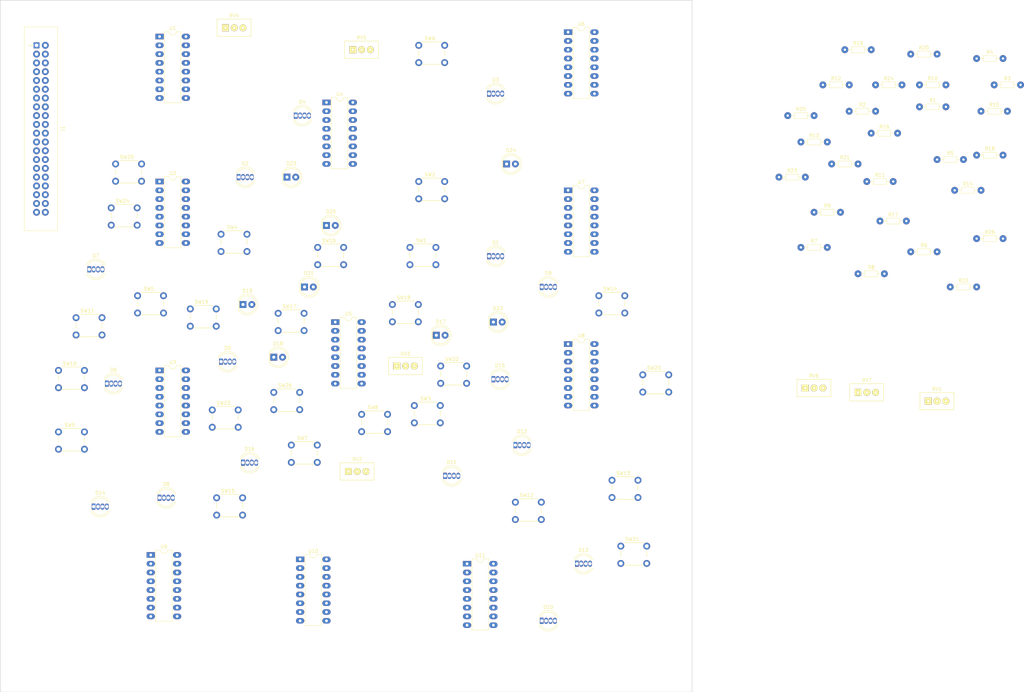
<source format=kicad_pcb>
(kicad_pcb (version 4) (host pcbnew 4.0.6)
  (layers (0 F.Cu signal) (31 B.Cu signal) (34 B.Paste user) (35 F.Paste user) (36 B.SilkS user) (37 F.SilkS user) (38 B.Mask user) (39 F.Mask user) (44 Edge.Cuts user))
  (net 0 "")
  (net 1 "Net-(D1-Pad1)")
  (net 2 "Net-(D1-Pad2)")
  (net 3 "Net-(D1-Pad3)")
  (net 4 "Net-(D1-Pad4)")
  (net 5 "Net-(D2-Pad1)")
  (net 6 "Net-(D2-Pad2)")
  (net 7 "Net-(D2-Pad4)")
  (net 8 "Net-(D3-Pad1)")
  (net 9 "Net-(D3-Pad2)")
  (net 10 "Net-(D3-Pad4)")
  (net 11 "Net-(D4-Pad1)")
  (net 12 "Net-(D4-Pad2)")
  (net 13 "Net-(D4-Pad4)")
  (net 14 "Net-(D5-Pad1)")
  (net 15 "Net-(D5-Pad2)")
  (net 16 "Net-(D5-Pad4)")
  (net 17 "Net-(D6-Pad1)")
  (net 18 "Net-(D6-Pad2)")
  (net 19 "Net-(D6-Pad4)")
  (net 20 "Net-(D7-Pad1)")
  (net 21 "Net-(D7-Pad2)")
  (net 22 "Net-(D7-Pad4)")
  (net 23 "Net-(D8-Pad1)")
  (net 24 "Net-(D8-Pad2)")
  (net 25 "Net-(D8-Pad4)")
  (net 26 "Net-(D9-Pad1)")
  (net 27 "Net-(D9-Pad2)")
  (net 28 "Net-(D9-Pad4)")
  (net 29 "Net-(D10-Pad1)")
  (net 30 "Net-(D10-Pad2)")
  (net 31 "Net-(D10-Pad4)")
  (net 32 "Net-(D11-Pad1)")
  (net 33 "Net-(D11-Pad2)")
  (net 34 "Net-(D11-Pad4)")
  (net 35 "Net-(D12-Pad1)")
  (net 36 "Net-(D12-Pad2)")
  (net 37 "Net-(D12-Pad4)")
  (net 38 "Net-(D13-Pad1)")
  (net 39 "Net-(D13-Pad2)")
  (net 40 "Net-(D13-Pad4)")
  (net 41 "Net-(D14-Pad1)")
  (net 42 "Net-(D14-Pad2)")
  (net 43 "Net-(D14-Pad4)")
  (net 44 "Net-(D15-Pad1)")
  (net 45 "Net-(D15-Pad2)")
  (net 46 "Net-(D15-Pad4)")
  (net 47 "Net-(D16-Pad1)")
  (net 48 "Net-(D16-Pad2)")
  (net 49 "Net-(D16-Pad4)")
  (net 50 "Net-(D17-Pad1)")
  (net 51 "Net-(D18-Pad1)")
  (net 52 "Net-(D19-Pad1)")
  (net 53 "Net-(D20-Pad1)")
  (net 54 "Net-(D21-Pad1)")
  (net 55 "Net-(D22-Pad1)")
  (net 56 "Net-(D23-Pad1)")
  (net 57 "Net-(D24-Pad1)")
  (net 58 "Net-(J1-Pad2)")
  (net 59 "Net-(J1-Pad3)")
  (net 60 "Net-(J1-Pad4)")
  (net 61 "Net-(J1-Pad5)")
  (net 62 GND)
  (net 63 "Net-(J1-Pad7)")
  (net 64 "Net-(J1-Pad8)")
  (net 65 "Net-(J1-Pad9)")
  (net 66 "Net-(J1-Pad10)")
  (net 67 "Net-(J1-Pad11)")
  (net 68 "Net-(J1-Pad12)")
  (net 69 "Net-(J1-Pad13)")
  (net 70 "Net-(J1-Pad14)")
  (net 71 "Net-(J1-Pad15)")
  (net 72 "Net-(J1-Pad16)")
  (net 73 "Net-(J1-Pad17)")
  (net 74 "Net-(J1-Pad18)")
  (net 75 "Net-(J1-Pad19)")
  (net 76 "Net-(J1-Pad20)")
  (net 77 "Net-(J1-Pad21)")
  (net 78 "Net-(J1-Pad22)")
  (net 79 "Net-(J1-Pad23)")
  (net 80 "Net-(J1-Pad24)")
  (net 81 "Net-(J1-Pad25)")
  (net 82 "Net-(J1-Pad26)")
  (net 83 "Net-(J1-Pad27)")
  (net 84 "Net-(J1-Pad28)")
  (net 85 "Net-(J1-Pad29)")
  (net 86 "Net-(J1-Pad30)")
  (net 87 "Net-(J1-Pad31)")
  (net 88 "Net-(J1-Pad32)")
  (net 89 "Net-(J1-Pad33)")
  (net 90 "Net-(J1-Pad34)")
  (net 91 "Net-(J1-Pad35)")
  (net 92 "Net-(J1-Pad36)")
  (net 93 "Net-(J1-Pad37)")
  (net 94 "Net-(J1-Pad38)")
  (net 95 "Net-(J1-Pad39)")
  (net 96 "Net-(J1-Pad40)")
  (net 97 "Net-(R1-Pad1)")
  (net 98 "Net-(R2-Pad1)")
  (net 99 "Net-(R3-Pad1)")
  (net 100 "Net-(R4-Pad1)")
  (net 101 "Net-(R5-Pad1)")
  (net 102 "Net-(R6-Pad1)")
  (net 103 "Net-(R7-Pad1)")
  (net 104 "Net-(R8-Pad1)")
  (net 105 "Net-(R9-Pad1)")
  (net 106 "Net-(R10-Pad1)")
  (net 107 "Net-(R11-Pad1)")
  (net 108 "Net-(R12-Pad1)")
  (net 109 "Net-(R13-Pad1)")
  (net 110 "Net-(R14-Pad1)")
  (net 111 "Net-(R15-Pad1)")
  (net 112 "Net-(R16-Pad1)")
  (net 113 "Net-(R17-Pad1)")
  (net 114 "Net-(R18-Pad1)")
  (net 115 "Net-(R19-Pad1)")
  (net 116 "Net-(R20-Pad1)")
  (net 117 "Net-(R21-Pad1)")
  (net 118 "Net-(R22-Pad1)")
  (net 119 "Net-(R23-Pad1)")
  (net 120 "Net-(R24-Pad1)")
  (net 121 "Net-(R25-Pad1)")
  (net 122 "Net-(R26-Pad1)")
  (net 123 "Net-(RV1-Pad3)")
  (net 124 "Net-(RV2-Pad3)")
  (net 125 "Net-(RV3-Pad3)")
  (net 126 "Net-(RV4-Pad3)")
  (net 127 "Net-(RV5-Pad3)")
  (net 128 "Net-(RV6-Pad3)")
  (net 129 "Net-(RV7-Pad3)")
  (net 130 "Net-(U1-Pad14)")
  (net 131 "Net-(U2-Pad14)")
  (net 132 "Net-(U11-Pad2)")
  (net 133 "Net-(U4-Pad9)")
  (net 134 "Net-(U4-Pad7)")
  (net 135 "Net-(U10-Pad10)")
  (net 136 "Net-(U5-Pad7)")
  (net 137 "Net-(U6-Pad2)")
  (net 138 "Net-(U6-Pad14)")
  (net 139 "Net-(U7-Pad2)")
  (net 140 "Net-(U11-Pad14)")
  (net 141 "Net-(U10-Pad9)")
  (net 142 "Net-(U9-Pad3)")
  (net 143 "Net-(U9-Pad11)")
  (net 144 "Net-(U9-Pad4)")
  (net 145 "Net-(U9-Pad12)")
  (net 146 "Net-(U9-Pad13)")
  (net 147 "Net-(U9-Pad14)")
  (net 148 "Net-(U9-Pad7)")
  (net 149 "Net-(U10-Pad7)")
  (module piquantum-footprints:LED_D5.0mm-4 (layer F.Cu) (at 200.66 114.3)
    (fp_text reference D1 (at 1.905 -3.96) (layer F.SilkS))
    (fp_text value LED_RABG)
    (pad 1 thru_hole rect (at 0 0) (size 1.07 1.8) (drill 0.9) (layers *.Cu *.Mask) (net 1 "Net-(D1-Pad1)"))
    (pad 2 thru_hole oval (at 1.27 0) (size 1.07 1.8) (drill 0.9) (layers *.Cu *.Mask) (net 2 "Net-(D1-Pad2)"))
    (pad 3 thru_hole oval (at 2.54 0) (size 1.07 1.8) (drill 0.9) (layers *.Cu *.Mask) (net 3 "Net-(D1-Pad3)"))
    (pad 4 thru_hole oval (at 3.81 0) (size 1.07 1.8) (drill 0.9) (layers *.Cu *.Mask) (net 4 "Net-(D1-Pad4)"))
  )
  (module piquantum-footprints:LED_D5.0mm-4 (layer F.Cu) (at 128.27 91.44)
    (fp_text reference D2 (at 1.905 -3.96) (layer F.SilkS))
    (fp_text value LED_RABG)
    (pad 1 thru_hole rect (at 0 0) (size 1.07 1.8) (drill 0.9) (layers *.Cu *.Mask) (net 5 "Net-(D2-Pad1)"))
    (pad 2 thru_hole oval (at 1.27 0) (size 1.07 1.8) (drill 0.9) (layers *.Cu *.Mask) (net 6 "Net-(D2-Pad2)"))
    (pad 3 thru_hole oval (at 2.54 0) (size 1.07 1.8) (drill 0.9) (layers *.Cu *.Mask) (net 3 "Net-(D1-Pad3)"))
    (pad 4 thru_hole oval (at 3.81 0) (size 1.07 1.8) (drill 0.9) (layers *.Cu *.Mask) (net 7 "Net-(D2-Pad4)"))
  )
  (module piquantum-footprints:LED_D5.0mm-4 (layer F.Cu) (at 200.66 67.31)
    (fp_text reference D3 (at 1.905 -3.96) (layer F.SilkS))
    (fp_text value LED_RABG)
    (pad 1 thru_hole rect (at 0 0) (size 1.07 1.8) (drill 0.9) (layers *.Cu *.Mask) (net 8 "Net-(D3-Pad1)"))
    (pad 2 thru_hole oval (at 1.27 0) (size 1.07 1.8) (drill 0.9) (layers *.Cu *.Mask) (net 9 "Net-(D3-Pad2)"))
    (pad 3 thru_hole oval (at 2.54 0) (size 1.07 1.8) (drill 0.9) (layers *.Cu *.Mask) (net 3 "Net-(D1-Pad3)"))
    (pad 4 thru_hole oval (at 3.81 0) (size 1.07 1.8) (drill 0.9) (layers *.Cu *.Mask) (net 10 "Net-(D3-Pad4)"))
  )
  (module piquantum-footprints:LED_D5.0mm-4 (layer F.Cu) (at 144.78 73.66)
    (fp_text reference D4 (at 1.905 -3.96) (layer F.SilkS))
    (fp_text value LED_RABG)
    (pad 1 thru_hole rect (at 0 0) (size 1.07 1.8) (drill 0.9) (layers *.Cu *.Mask) (net 11 "Net-(D4-Pad1)"))
    (pad 2 thru_hole oval (at 1.27 0) (size 1.07 1.8) (drill 0.9) (layers *.Cu *.Mask) (net 12 "Net-(D4-Pad2)"))
    (pad 3 thru_hole oval (at 2.54 0) (size 1.07 1.8) (drill 0.9) (layers *.Cu *.Mask) (net 3 "Net-(D1-Pad3)"))
    (pad 4 thru_hole oval (at 3.81 0) (size 1.07 1.8) (drill 0.9) (layers *.Cu *.Mask) (net 13 "Net-(D4-Pad4)"))
  )
  (module piquantum-footprints:LED_D5.0mm-4 (layer F.Cu) (at 123.19 144.78)
    (fp_text reference D5 (at 1.905 -3.96) (layer F.SilkS))
    (fp_text value LED_RABG)
    (pad 1 thru_hole rect (at 0 0) (size 1.07 1.8) (drill 0.9) (layers *.Cu *.Mask) (net 14 "Net-(D5-Pad1)"))
    (pad 2 thru_hole oval (at 1.27 0) (size 1.07 1.8) (drill 0.9) (layers *.Cu *.Mask) (net 15 "Net-(D5-Pad2)"))
    (pad 3 thru_hole oval (at 2.54 0) (size 1.07 1.8) (drill 0.9) (layers *.Cu *.Mask) (net 3 "Net-(D1-Pad3)"))
    (pad 4 thru_hole oval (at 3.81 0) (size 1.07 1.8) (drill 0.9) (layers *.Cu *.Mask) (net 16 "Net-(D5-Pad4)"))
  )
  (module piquantum-footprints:LED_D5.0mm-4 (layer F.Cu) (at 90.17 151.13)
    (fp_text reference D6 (at 1.905 -3.96) (layer F.SilkS))
    (fp_text value LED_RABG)
    (pad 1 thru_hole rect (at 0 0) (size 1.07 1.8) (drill 0.9) (layers *.Cu *.Mask) (net 17 "Net-(D6-Pad1)"))
    (pad 2 thru_hole oval (at 1.27 0) (size 1.07 1.8) (drill 0.9) (layers *.Cu *.Mask) (net 18 "Net-(D6-Pad2)"))
    (pad 3 thru_hole oval (at 2.54 0) (size 1.07 1.8) (drill 0.9) (layers *.Cu *.Mask) (net 3 "Net-(D1-Pad3)"))
    (pad 4 thru_hole oval (at 3.81 0) (size 1.07 1.8) (drill 0.9) (layers *.Cu *.Mask) (net 19 "Net-(D6-Pad4)"))
  )
  (module piquantum-footprints:LED_D5.0mm-4 (layer F.Cu) (at 85.09 118.11)
    (fp_text reference D7 (at 1.905 -3.96) (layer F.SilkS))
    (fp_text value LED_RABG)
    (pad 1 thru_hole rect (at 0 0) (size 1.07 1.8) (drill 0.9) (layers *.Cu *.Mask) (net 20 "Net-(D7-Pad1)"))
    (pad 2 thru_hole oval (at 1.27 0) (size 1.07 1.8) (drill 0.9) (layers *.Cu *.Mask) (net 21 "Net-(D7-Pad2)"))
    (pad 3 thru_hole oval (at 2.54 0) (size 1.07 1.8) (drill 0.9) (layers *.Cu *.Mask) (net 3 "Net-(D1-Pad3)"))
    (pad 4 thru_hole oval (at 3.81 0) (size 1.07 1.8) (drill 0.9) (layers *.Cu *.Mask) (net 22 "Net-(D7-Pad4)"))
  )
  (module piquantum-footprints:LED_D5.0mm-4 (layer F.Cu) (at 105.41 184.15)
    (fp_text reference D8 (at 1.905 -3.96) (layer F.SilkS))
    (fp_text value LED_RABG)
    (pad 1 thru_hole rect (at 0 0) (size 1.07 1.8) (drill 0.9) (layers *.Cu *.Mask) (net 23 "Net-(D8-Pad1)"))
    (pad 2 thru_hole oval (at 1.27 0) (size 1.07 1.8) (drill 0.9) (layers *.Cu *.Mask) (net 24 "Net-(D8-Pad2)"))
    (pad 3 thru_hole oval (at 2.54 0) (size 1.07 1.8) (drill 0.9) (layers *.Cu *.Mask) (net 3 "Net-(D1-Pad3)"))
    (pad 4 thru_hole oval (at 3.81 0) (size 1.07 1.8) (drill 0.9) (layers *.Cu *.Mask) (net 25 "Net-(D8-Pad4)"))
  )
  (module piquantum-footprints:LED_D5.0mm-4 (layer F.Cu) (at 215.9 123.19)
    (fp_text reference D9 (at 1.905 -3.96) (layer F.SilkS))
    (fp_text value LED_RABG)
    (pad 1 thru_hole rect (at 0 0) (size 1.07 1.8) (drill 0.9) (layers *.Cu *.Mask) (net 26 "Net-(D9-Pad1)"))
    (pad 2 thru_hole oval (at 1.27 0) (size 1.07 1.8) (drill 0.9) (layers *.Cu *.Mask) (net 27 "Net-(D9-Pad2)"))
    (pad 3 thru_hole oval (at 2.54 0) (size 1.07 1.8) (drill 0.9) (layers *.Cu *.Mask) (net 3 "Net-(D1-Pad3)"))
    (pad 4 thru_hole oval (at 3.81 0) (size 1.07 1.8) (drill 0.9) (layers *.Cu *.Mask) (net 28 "Net-(D9-Pad4)"))
  )
  (module piquantum-footprints:LED_D5.0mm-4 (layer F.Cu) (at 215.9 219.71)
    (fp_text reference D10 (at 1.905 -3.96) (layer F.SilkS))
    (fp_text value LED_RABG)
    (pad 1 thru_hole rect (at 0 0) (size 1.07 1.8) (drill 0.9) (layers *.Cu *.Mask) (net 29 "Net-(D10-Pad1)"))
    (pad 2 thru_hole oval (at 1.27 0) (size 1.07 1.8) (drill 0.9) (layers *.Cu *.Mask) (net 30 "Net-(D10-Pad2)"))
    (pad 3 thru_hole oval (at 2.54 0) (size 1.07 1.8) (drill 0.9) (layers *.Cu *.Mask) (net 3 "Net-(D1-Pad3)"))
    (pad 4 thru_hole oval (at 3.81 0) (size 1.07 1.8) (drill 0.9) (layers *.Cu *.Mask) (net 31 "Net-(D10-Pad4)"))
  )
  (module piquantum-footprints:LED_D5.0mm-4 (layer F.Cu) (at 187.96 177.8)
    (fp_text reference D11 (at 1.905 -3.96) (layer F.SilkS))
    (fp_text value LED_RABG)
    (pad 1 thru_hole rect (at 0 0) (size 1.07 1.8) (drill 0.9) (layers *.Cu *.Mask) (net 32 "Net-(D11-Pad1)"))
    (pad 2 thru_hole oval (at 1.27 0) (size 1.07 1.8) (drill 0.9) (layers *.Cu *.Mask) (net 33 "Net-(D11-Pad2)"))
    (pad 3 thru_hole oval (at 2.54 0) (size 1.07 1.8) (drill 0.9) (layers *.Cu *.Mask) (net 3 "Net-(D1-Pad3)"))
    (pad 4 thru_hole oval (at 3.81 0) (size 1.07 1.8) (drill 0.9) (layers *.Cu *.Mask) (net 34 "Net-(D11-Pad4)"))
  )
  (module piquantum-footprints:LED_D5.0mm-4 (layer F.Cu) (at 208.28 168.91)
    (fp_text reference D12 (at 1.905 -3.96) (layer F.SilkS))
    (fp_text value LED_RABG)
    (pad 1 thru_hole rect (at 0 0) (size 1.07 1.8) (drill 0.9) (layers *.Cu *.Mask) (net 35 "Net-(D12-Pad1)"))
    (pad 2 thru_hole oval (at 1.27 0) (size 1.07 1.8) (drill 0.9) (layers *.Cu *.Mask) (net 36 "Net-(D12-Pad2)"))
    (pad 3 thru_hole oval (at 2.54 0) (size 1.07 1.8) (drill 0.9) (layers *.Cu *.Mask) (net 3 "Net-(D1-Pad3)"))
    (pad 4 thru_hole oval (at 3.81 0) (size 1.07 1.8) (drill 0.9) (layers *.Cu *.Mask) (net 37 "Net-(D12-Pad4)"))
  )
  (module piquantum-footprints:LED_D5.0mm-4 (layer F.Cu) (at 226.06 203.2)
    (fp_text reference D13 (at 1.905 -3.96) (layer F.SilkS))
    (fp_text value LED_RABG)
    (pad 1 thru_hole rect (at 0 0) (size 1.07 1.8) (drill 0.9) (layers *.Cu *.Mask) (net 38 "Net-(D13-Pad1)"))
    (pad 2 thru_hole oval (at 1.27 0) (size 1.07 1.8) (drill 0.9) (layers *.Cu *.Mask) (net 39 "Net-(D13-Pad2)"))
    (pad 3 thru_hole oval (at 2.54 0) (size 1.07 1.8) (drill 0.9) (layers *.Cu *.Mask) (net 3 "Net-(D1-Pad3)"))
    (pad 4 thru_hole oval (at 3.81 0) (size 1.07 1.8) (drill 0.9) (layers *.Cu *.Mask) (net 40 "Net-(D13-Pad4)"))
  )
  (module piquantum-footprints:LED_D5.0mm-4 (layer F.Cu) (at 86.36 186.69)
    (fp_text reference D14 (at 1.905 -3.96) (layer F.SilkS))
    (fp_text value LED_RABG)
    (pad 1 thru_hole rect (at 0 0) (size 1.07 1.8) (drill 0.9) (layers *.Cu *.Mask) (net 41 "Net-(D14-Pad1)"))
    (pad 2 thru_hole oval (at 1.27 0) (size 1.07 1.8) (drill 0.9) (layers *.Cu *.Mask) (net 42 "Net-(D14-Pad2)"))
    (pad 3 thru_hole oval (at 2.54 0) (size 1.07 1.8) (drill 0.9) (layers *.Cu *.Mask) (net 3 "Net-(D1-Pad3)"))
    (pad 4 thru_hole oval (at 3.81 0) (size 1.07 1.8) (drill 0.9) (layers *.Cu *.Mask) (net 43 "Net-(D14-Pad4)"))
  )
  (module piquantum-footprints:LED_D5.0mm-4 (layer F.Cu) (at 201.93 149.86)
    (fp_text reference D15 (at 1.905 -3.96) (layer F.SilkS))
    (fp_text value LED_RABG)
    (pad 1 thru_hole rect (at 0 0) (size 1.07 1.8) (drill 0.9) (layers *.Cu *.Mask) (net 44 "Net-(D15-Pad1)"))
    (pad 2 thru_hole oval (at 1.27 0) (size 1.07 1.8) (drill 0.9) (layers *.Cu *.Mask) (net 45 "Net-(D15-Pad2)"))
    (pad 3 thru_hole oval (at 2.54 0) (size 1.07 1.8) (drill 0.9) (layers *.Cu *.Mask) (net 3 "Net-(D1-Pad3)"))
    (pad 4 thru_hole oval (at 3.81 0) (size 1.07 1.8) (drill 0.9) (layers *.Cu *.Mask) (net 46 "Net-(D15-Pad4)"))
  )
  (module piquantum-footprints:LED_D5.0mm-4 (layer F.Cu) (at 129.54 173.99)
    (fp_text reference D16 (at 1.905 -3.96) (layer F.SilkS))
    (fp_text value LED_RABG)
    (pad 1 thru_hole rect (at 0 0) (size 1.07 1.8) (drill 0.9) (layers *.Cu *.Mask) (net 47 "Net-(D16-Pad1)"))
    (pad 2 thru_hole oval (at 1.27 0) (size 1.07 1.8) (drill 0.9) (layers *.Cu *.Mask) (net 48 "Net-(D16-Pad2)"))
    (pad 3 thru_hole oval (at 2.54 0) (size 1.07 1.8) (drill 0.9) (layers *.Cu *.Mask) (net 3 "Net-(D1-Pad3)"))
    (pad 4 thru_hole oval (at 3.81 0) (size 1.07 1.8) (drill 0.9) (layers *.Cu *.Mask) (net 49 "Net-(D16-Pad4)"))
  )
  (module piquantum-footprints:LED_D5.0mm (layer F.Cu) (at 185.42 137.16)
    (fp_text reference D17 (at 1.27 -3.96) (layer F.SilkS))
    (fp_text value LED)
    (pad 1 thru_hole rect (at 0 0) (size 2 2) (drill 0.9) (layers *.Cu *.Mask) (net 50 "Net-(D17-Pad1)"))
    (pad 2 thru_hole circle (at 2.54 0) (size 2 2) (drill 0.9) (layers *.Cu *.Mask) (net 3 "Net-(D1-Pad3)"))
  )
  (module piquantum-footprints:LED_D5.0mm (layer F.Cu) (at 138.43 143.51)
    (fp_text reference D18 (at 1.27 -3.96) (layer F.SilkS))
    (fp_text value LED)
    (pad 1 thru_hole rect (at 0 0) (size 2 2) (drill 0.9) (layers *.Cu *.Mask) (net 51 "Net-(D18-Pad1)"))
    (pad 2 thru_hole circle (at 2.54 0) (size 2 2) (drill 0.9) (layers *.Cu *.Mask) (net 3 "Net-(D1-Pad3)"))
  )
  (module piquantum-footprints:LED_D5.0mm (layer F.Cu) (at 129.54 128.27)
    (fp_text reference D19 (at 1.27 -3.96) (layer F.SilkS))
    (fp_text value LED)
    (pad 1 thru_hole rect (at 0 0) (size 2 2) (drill 0.9) (layers *.Cu *.Mask) (net 52 "Net-(D19-Pad1)"))
    (pad 2 thru_hole circle (at 2.54 0) (size 2 2) (drill 0.9) (layers *.Cu *.Mask) (net 3 "Net-(D1-Pad3)"))
  )
  (module piquantum-footprints:LED_D5.0mm (layer F.Cu) (at 153.67 105.41)
    (fp_text reference D20 (at 1.27 -3.96) (layer F.SilkS))
    (fp_text value LED)
    (pad 1 thru_hole rect (at 0 0) (size 2 2) (drill 0.9) (layers *.Cu *.Mask) (net 53 "Net-(D20-Pad1)"))
    (pad 2 thru_hole circle (at 2.54 0) (size 2 2) (drill 0.9) (layers *.Cu *.Mask) (net 3 "Net-(D1-Pad3)"))
  )
  (module piquantum-footprints:LED_D5.0mm (layer F.Cu) (at 147.32 123.19)
    (fp_text reference D21 (at 1.27 -3.96) (layer F.SilkS))
    (fp_text value LED)
    (pad 1 thru_hole rect (at 0 0) (size 2 2) (drill 0.9) (layers *.Cu *.Mask) (net 54 "Net-(D21-Pad1)"))
    (pad 2 thru_hole circle (at 2.54 0) (size 2 2) (drill 0.9) (layers *.Cu *.Mask) (net 3 "Net-(D1-Pad3)"))
  )
  (module piquantum-footprints:LED_D5.0mm (layer F.Cu) (at 201.93 133.35)
    (fp_text reference D22 (at 1.27 -3.96) (layer F.SilkS))
    (fp_text value LED)
    (pad 1 thru_hole rect (at 0 0) (size 2 2) (drill 0.9) (layers *.Cu *.Mask) (net 55 "Net-(D22-Pad1)"))
    (pad 2 thru_hole circle (at 2.54 0) (size 2 2) (drill 0.9) (layers *.Cu *.Mask) (net 3 "Net-(D1-Pad3)"))
  )
  (module piquantum-footprints:LED_D5.0mm (layer F.Cu) (at 142.24 91.44)
    (fp_text reference D23 (at 1.27 -3.96) (layer F.SilkS))
    (fp_text value LED)
    (pad 1 thru_hole rect (at 0 0) (size 2 2) (drill 0.9) (layers *.Cu *.Mask) (net 56 "Net-(D23-Pad1)"))
    (pad 2 thru_hole circle (at 2.54 0) (size 2 2) (drill 0.9) (layers *.Cu *.Mask) (net 3 "Net-(D1-Pad3)"))
  )
  (module piquantum-footprints:LED_D5.0mm (layer F.Cu) (at 205.74 87.63)
    (fp_text reference D24 (at 1.27 -3.96) (layer F.SilkS))
    (fp_text value LED)
    (pad 1 thru_hole rect (at 0 0) (size 2 2) (drill 0.9) (layers *.Cu *.Mask) (net 57 "Net-(D24-Pad1)"))
    (pad 2 thru_hole circle (at 2.54 0) (size 2 2) (drill 0.9) (layers *.Cu *.Mask) (net 3 "Net-(D1-Pad3)"))
  )
  (module piquantum-footprints:IDC_Header_Straight_40pins (layer F.Cu) (at 69.85 53.34 270)
    (fp_text reference J1 (at 24.13 -7.62 270) (layer F.SilkS))
    (fp_text value CONN_02X20)
    (fp_text user 1 (at 0.02 1.72 270) (layer F.SilkS) (effects (font (thickness 0.12))))
    (pad 1 thru_hole rect (at 0 0 270) (size 1.7272 1.7272) (drill 1.016) (layers *.Cu *.Mask) (net 3 "Net-(D1-Pad3)"))
    (pad 2 thru_hole oval (at 0 -2.54 270) (size 2 2) (drill 1.016) (layers *.Cu *.Mask) (net 58 "Net-(J1-Pad2)"))
    (pad 3 thru_hole oval (at 2.54 0 270) (size 2 2) (drill 1.016) (layers *.Cu *.Mask) (net 59 "Net-(J1-Pad3)"))
    (pad 4 thru_hole oval (at 2.54 -2.54 270) (size 2 2) (drill 1.016) (layers *.Cu *.Mask) (net 60 "Net-(J1-Pad4)"))
    (pad 5 thru_hole oval (at 5.08 0 270) (size 2 2) (drill 1.016) (layers *.Cu *.Mask) (net 61 "Net-(J1-Pad5)"))
    (pad 6 thru_hole oval (at 5.08 -2.54 270) (size 2 2) (drill 1.016) (layers *.Cu *.Mask) (net 62 GND))
    (pad 7 thru_hole oval (at 7.62 0 270) (size 2 2) (drill 1.016) (layers *.Cu *.Mask) (net 63 "Net-(J1-Pad7)"))
    (pad 8 thru_hole oval (at 7.62 -2.54 270) (size 2 2) (drill 1.016) (layers *.Cu *.Mask) (net 64 "Net-(J1-Pad8)"))
    (pad 9 thru_hole oval (at 10.16 0 270) (size 2 2) (drill 1.016) (layers *.Cu *.Mask) (net 65 "Net-(J1-Pad9)"))
    (pad 10 thru_hole oval (at 10.16 -2.54 270) (size 2 2) (drill 1.016) (layers *.Cu *.Mask) (net 66 "Net-(J1-Pad10)"))
    (pad 11 thru_hole oval (at 12.7 0 270) (size 2 2) (drill 1.016) (layers *.Cu *.Mask) (net 67 "Net-(J1-Pad11)"))
    (pad 12 thru_hole oval (at 12.7 -2.54 270) (size 2 2) (drill 1.016) (layers *.Cu *.Mask) (net 68 "Net-(J1-Pad12)"))
    (pad 13 thru_hole oval (at 15.24 0 270) (size 2 2) (drill 1.016) (layers *.Cu *.Mask) (net 69 "Net-(J1-Pad13)"))
    (pad 14 thru_hole oval (at 15.24 -2.54 270) (size 2 2) (drill 1.016) (layers *.Cu *.Mask) (net 70 "Net-(J1-Pad14)"))
    (pad 15 thru_hole oval (at 17.78 0 270) (size 2 2) (drill 1.016) (layers *.Cu *.Mask) (net 71 "Net-(J1-Pad15)"))
    (pad 16 thru_hole oval (at 17.78 -2.54 270) (size 2 2) (drill 1.016) (layers *.Cu *.Mask) (net 72 "Net-(J1-Pad16)"))
    (pad 17 thru_hole oval (at 20.32 0 270) (size 2 2) (drill 1.016) (layers *.Cu *.Mask) (net 73 "Net-(J1-Pad17)"))
    (pad 18 thru_hole oval (at 20.32 -2.54 270) (size 2 2) (drill 1.016) (layers *.Cu *.Mask) (net 74 "Net-(J1-Pad18)"))
    (pad 19 thru_hole oval (at 22.86 0 270) (size 2 2) (drill 1.016) (layers *.Cu *.Mask) (net 75 "Net-(J1-Pad19)"))
    (pad 20 thru_hole oval (at 22.86 -2.54 270) (size 2 2) (drill 1.016) (layers *.Cu *.Mask) (net 76 "Net-(J1-Pad20)"))
    (pad 21 thru_hole oval (at 25.4 0 270) (size 2 2) (drill 1.016) (layers *.Cu *.Mask) (net 77 "Net-(J1-Pad21)"))
    (pad 22 thru_hole oval (at 25.4 -2.54 270) (size 2 2) (drill 1.016) (layers *.Cu *.Mask) (net 78 "Net-(J1-Pad22)"))
    (pad 23 thru_hole oval (at 27.94 0 270) (size 2 2) (drill 1.016) (layers *.Cu *.Mask) (net 79 "Net-(J1-Pad23)"))
    (pad 24 thru_hole oval (at 27.94 -2.54 270) (size 2 2) (drill 1.016) (layers *.Cu *.Mask) (net 80 "Net-(J1-Pad24)"))
    (pad 25 thru_hole oval (at 30.48 0 270) (size 2 2) (drill 1.016) (layers *.Cu *.Mask) (net 81 "Net-(J1-Pad25)"))
    (pad 26 thru_hole oval (at 30.48 -2.54 270) (size 2 2) (drill 1.016) (layers *.Cu *.Mask) (net 82 "Net-(J1-Pad26)"))
    (pad 27 thru_hole oval (at 33.02 0 270) (size 2 2) (drill 1.016) (layers *.Cu *.Mask) (net 83 "Net-(J1-Pad27)"))
    (pad 28 thru_hole oval (at 33.02 -2.54 270) (size 2 2) (drill 1.016) (layers *.Cu *.Mask) (net 84 "Net-(J1-Pad28)"))
    (pad 29 thru_hole oval (at 35.56 0 270) (size 2 2) (drill 1.016) (layers *.Cu *.Mask) (net 85 "Net-(J1-Pad29)"))
    (pad 30 thru_hole oval (at 35.56 -2.54 270) (size 2 2) (drill 1.016) (layers *.Cu *.Mask) (net 86 "Net-(J1-Pad30)"))
    (pad 31 thru_hole oval (at 38.1 0 270) (size 2 2) (drill 1.016) (layers *.Cu *.Mask) (net 87 "Net-(J1-Pad31)"))
    (pad 32 thru_hole oval (at 38.1 -2.54 270) (size 2 2) (drill 1.016) (layers *.Cu *.Mask) (net 88 "Net-(J1-Pad32)"))
    (pad 33 thru_hole oval (at 40.64 0 270) (size 2 2) (drill 1.016) (layers *.Cu *.Mask) (net 89 "Net-(J1-Pad33)"))
    (pad 34 thru_hole oval (at 40.64 -2.54 270) (size 2 2) (drill 1.016) (layers *.Cu *.Mask) (net 90 "Net-(J1-Pad34)"))
    (pad 35 thru_hole oval (at 43.18 0 270) (size 2 2) (drill 1.016) (layers *.Cu *.Mask) (net 91 "Net-(J1-Pad35)"))
    (pad 36 thru_hole oval (at 43.18 -2.54 270) (size 2 2) (drill 1.016) (layers *.Cu *.Mask) (net 92 "Net-(J1-Pad36)"))
    (pad 37 thru_hole oval (at 45.72 0 270) (size 2 2) (drill 1.016) (layers *.Cu *.Mask) (net 93 "Net-(J1-Pad37)"))
    (pad 38 thru_hole oval (at 45.72 -2.54 270) (size 2 2) (drill 1.016) (layers *.Cu *.Mask) (net 94 "Net-(J1-Pad38)"))
    (pad 39 thru_hole oval (at 48.26 0 270) (size 2 2) (drill 1.016) (layers *.Cu *.Mask) (net 95 "Net-(J1-Pad39)"))
    (pad 40 thru_hole oval (at 48.26 -2.54 270) (size 2 2) (drill 1.016) (layers *.Cu *.Mask) (net 96 "Net-(J1-Pad40)"))
  )
  (module piquantum-footprints:R_Axial_DIN0204_L3.6mm_D1.6mm_P7.62mm_Horizontal (layer F.Cu) (at 325.12 71.12)
    (fp_text reference R1 (at 3.81 -1.86) (layer F.SilkS))
    (fp_text value 2k7)
    (pad 1 thru_hole circle (at 0 0) (size 2 2) (drill 0.7) (layers *.Cu *.Mask) (net 97 "Net-(R1-Pad1)"))
    (pad 2 thru_hole oval (at 7.62 0) (size 2 2) (drill 0.7) (layers *.Cu *.Mask) (net 62 GND))
  )
  (module piquantum-footprints:R_Axial_DIN0204_L3.6mm_D1.6mm_P7.62mm_Horizontal (layer F.Cu) (at 304.8 72.39)
    (fp_text reference R2 (at 3.81 -1.86) (layer F.SilkS))
    (fp_text value 2k7)
    (pad 1 thru_hole circle (at 0 0) (size 2 2) (drill 0.7) (layers *.Cu *.Mask) (net 98 "Net-(R2-Pad1)"))
    (pad 2 thru_hole oval (at 7.62 0) (size 2 2) (drill 0.7) (layers *.Cu *.Mask) (net 62 GND))
  )
  (module piquantum-footprints:R_Axial_DIN0204_L3.6mm_D1.6mm_P7.62mm_Horizontal (layer F.Cu) (at 346.71 64.77)
    (fp_text reference R3 (at 3.81 -1.86) (layer F.SilkS))
    (fp_text value 2k7)
    (pad 1 thru_hole circle (at 0 0) (size 2 2) (drill 0.7) (layers *.Cu *.Mask) (net 99 "Net-(R3-Pad1)"))
    (pad 2 thru_hole oval (at 7.62 0) (size 2 2) (drill 0.7) (layers *.Cu *.Mask) (net 62 GND))
  )
  (module piquantum-footprints:R_Axial_DIN0204_L3.6mm_D1.6mm_P7.62mm_Horizontal (layer F.Cu) (at 341.63 57.15)
    (fp_text reference R4 (at 3.81 -1.86) (layer F.SilkS))
    (fp_text value 2k7)
    (pad 1 thru_hole circle (at 0 0) (size 2 2) (drill 0.7) (layers *.Cu *.Mask) (net 100 "Net-(R4-Pad1)"))
    (pad 2 thru_hole oval (at 7.62 0) (size 2 2) (drill 0.7) (layers *.Cu *.Mask) (net 62 GND))
  )
  (module piquantum-footprints:R_Axial_DIN0204_L3.6mm_D1.6mm_P7.62mm_Horizontal (layer F.Cu) (at 330.2 86.36)
    (fp_text reference R5 (at 3.81 -1.86) (layer F.SilkS))
    (fp_text value 2k7)
    (pad 1 thru_hole circle (at 0 0) (size 2 2) (drill 0.7) (layers *.Cu *.Mask) (net 101 "Net-(R5-Pad1)"))
    (pad 2 thru_hole oval (at 7.62 0) (size 2 2) (drill 0.7) (layers *.Cu *.Mask) (net 62 GND))
  )
  (module piquantum-footprints:R_Axial_DIN0204_L3.6mm_D1.6mm_P7.62mm_Horizontal (layer F.Cu) (at 322.58 113.03)
    (fp_text reference R6 (at 3.81 -1.86) (layer F.SilkS))
    (fp_text value 2k7)
    (pad 1 thru_hole circle (at 0 0) (size 2 2) (drill 0.7) (layers *.Cu *.Mask) (net 102 "Net-(R6-Pad1)"))
    (pad 2 thru_hole oval (at 7.62 0) (size 2 2) (drill 0.7) (layers *.Cu *.Mask) (net 62 GND))
  )
  (module piquantum-footprints:R_Axial_DIN0204_L3.6mm_D1.6mm_P7.62mm_Horizontal (layer F.Cu) (at 290.83 111.76)
    (fp_text reference R7 (at 3.81 -1.86) (layer F.SilkS))
    (fp_text value 2k7)
    (pad 1 thru_hole circle (at 0 0) (size 2 2) (drill 0.7) (layers *.Cu *.Mask) (net 103 "Net-(R7-Pad1)"))
    (pad 2 thru_hole oval (at 7.62 0) (size 2 2) (drill 0.7) (layers *.Cu *.Mask) (net 62 GND))
  )
  (module piquantum-footprints:R_Axial_DIN0204_L3.6mm_D1.6mm_P7.62mm_Horizontal (layer F.Cu) (at 307.34 119.38)
    (fp_text reference R8 (at 3.81 -1.86) (layer F.SilkS))
    (fp_text value 2k7)
    (pad 1 thru_hole circle (at 0 0) (size 2 2) (drill 0.7) (layers *.Cu *.Mask) (net 104 "Net-(R8-Pad1)"))
    (pad 2 thru_hole oval (at 7.62 0) (size 2 2) (drill 0.7) (layers *.Cu *.Mask) (net 62 GND))
  )
  (module piquantum-footprints:R_Axial_DIN0204_L3.6mm_D1.6mm_P7.62mm_Horizontal (layer F.Cu) (at 294.64 101.6)
    (fp_text reference R9 (at 3.81 -1.86) (layer F.SilkS))
    (fp_text value 2k7)
    (pad 1 thru_hole circle (at 0 0) (size 2 2) (drill 0.7) (layers *.Cu *.Mask) (net 105 "Net-(R9-Pad1)"))
    (pad 2 thru_hole oval (at 7.62 0) (size 2 2) (drill 0.7) (layers *.Cu *.Mask) (net 62 GND))
  )
  (module piquantum-footprints:R_Axial_DIN0204_L3.6mm_D1.6mm_P7.62mm_Horizontal (layer F.Cu) (at 325.12 64.77)
    (fp_text reference R10 (at 3.81 -1.86) (layer F.SilkS))
    (fp_text value 2k7)
    (pad 1 thru_hole circle (at 0 0) (size 2 2) (drill 0.7) (layers *.Cu *.Mask) (net 106 "Net-(R10-Pad1)"))
    (pad 2 thru_hole oval (at 7.62 0) (size 2 2) (drill 0.7) (layers *.Cu *.Mask) (net 62 GND))
  )
  (module piquantum-footprints:R_Axial_DIN0204_L3.6mm_D1.6mm_P7.62mm_Horizontal (layer F.Cu) (at 309.88 92.71)
    (fp_text reference R11 (at 3.81 -1.86) (layer F.SilkS))
    (fp_text value 2k7)
    (pad 1 thru_hole circle (at 0 0) (size 2 2) (drill 0.7) (layers *.Cu *.Mask) (net 107 "Net-(R11-Pad1)"))
    (pad 2 thru_hole oval (at 7.62 0) (size 2 2) (drill 0.7) (layers *.Cu *.Mask) (net 62 GND))
  )
  (module piquantum-footprints:R_Axial_DIN0204_L3.6mm_D1.6mm_P7.62mm_Horizontal (layer F.Cu) (at 297.18 64.77)
    (fp_text reference R12 (at 3.81 -1.86) (layer F.SilkS))
    (fp_text value 2k7)
    (pad 1 thru_hole circle (at 0 0) (size 2 2) (drill 0.7) (layers *.Cu *.Mask) (net 108 "Net-(R12-Pad1)"))
    (pad 2 thru_hole oval (at 7.62 0) (size 2 2) (drill 0.7) (layers *.Cu *.Mask) (net 62 GND))
  )
  (module piquantum-footprints:R_Axial_DIN0204_L3.6mm_D1.6mm_P7.62mm_Horizontal (layer F.Cu) (at 290.83 81.28)
    (fp_text reference R13 (at 3.81 -1.86) (layer F.SilkS))
    (fp_text value 2k7)
    (pad 1 thru_hole circle (at 0 0) (size 2 2) (drill 0.7) (layers *.Cu *.Mask) (net 109 "Net-(R13-Pad1)"))
    (pad 2 thru_hole oval (at 7.62 0) (size 2 2) (drill 0.7) (layers *.Cu *.Mask) (net 62 GND))
  )
  (module piquantum-footprints:R_Axial_DIN0204_L3.6mm_D1.6mm_P7.62mm_Horizontal (layer F.Cu) (at 335.28 95.25)
    (fp_text reference R14 (at 3.81 -1.86) (layer F.SilkS))
    (fp_text value 2k7)
    (pad 1 thru_hole circle (at 0 0) (size 2 2) (drill 0.7) (layers *.Cu *.Mask) (net 110 "Net-(R14-Pad1)"))
    (pad 2 thru_hole oval (at 7.62 0) (size 2 2) (drill 0.7) (layers *.Cu *.Mask) (net 62 GND))
  )
  (module piquantum-footprints:R_Axial_DIN0204_L3.6mm_D1.6mm_P7.62mm_Horizontal (layer F.Cu) (at 342.9 72.39)
    (fp_text reference R15 (at 3.81 -1.86) (layer F.SilkS))
    (fp_text value 2k7)
    (pad 1 thru_hole circle (at 0 0) (size 2 2) (drill 0.7) (layers *.Cu *.Mask) (net 111 "Net-(R15-Pad1)"))
    (pad 2 thru_hole oval (at 7.62 0) (size 2 2) (drill 0.7) (layers *.Cu *.Mask) (net 62 GND))
  )
  (module piquantum-footprints:R_Axial_DIN0204_L3.6mm_D1.6mm_P7.62mm_Horizontal (layer F.Cu) (at 311.15 78.74)
    (fp_text reference R16 (at 3.81 -1.86) (layer F.SilkS))
    (fp_text value 2k7)
    (pad 1 thru_hole circle (at 0 0) (size 2 2) (drill 0.7) (layers *.Cu *.Mask) (net 112 "Net-(R16-Pad1)"))
    (pad 2 thru_hole oval (at 7.62 0) (size 2 2) (drill 0.7) (layers *.Cu *.Mask) (net 62 GND))
  )
  (module piquantum-footprints:R_Axial_DIN0204_L3.6mm_D1.6mm_P7.62mm_Horizontal (layer F.Cu) (at 313.69 104.14)
    (fp_text reference R17 (at 3.81 -1.86) (layer F.SilkS))
    (fp_text value 2k7)
    (pad 1 thru_hole circle (at 0 0) (size 2 2) (drill 0.7) (layers *.Cu *.Mask) (net 113 "Net-(R17-Pad1)"))
    (pad 2 thru_hole oval (at 7.62 0) (size 2 2) (drill 0.7) (layers *.Cu *.Mask) (net 62 GND))
  )
  (module piquantum-footprints:R_Axial_DIN0204_L3.6mm_D1.6mm_P7.62mm_Horizontal (layer F.Cu) (at 341.63 85.09)
    (fp_text reference R18 (at 3.81 -1.86) (layer F.SilkS))
    (fp_text value 2k7)
    (pad 1 thru_hole circle (at 0 0) (size 2 2) (drill 0.7) (layers *.Cu *.Mask) (net 114 "Net-(R18-Pad1)"))
    (pad 2 thru_hole oval (at 7.62 0) (size 2 2) (drill 0.7) (layers *.Cu *.Mask) (net 62 GND))
  )
  (module piquantum-footprints:R_Axial_DIN0204_L3.6mm_D1.6mm_P7.62mm_Horizontal (layer F.Cu) (at 303.53 54.61)
    (fp_text reference R19 (at 3.81 -1.86) (layer F.SilkS))
    (fp_text value 2k7)
    (pad 1 thru_hole circle (at 0 0) (size 2 2) (drill 0.7) (layers *.Cu *.Mask) (net 115 "Net-(R19-Pad1)"))
    (pad 2 thru_hole oval (at 7.62 0) (size 2 2) (drill 0.7) (layers *.Cu *.Mask) (net 62 GND))
  )
  (module piquantum-footprints:R_Axial_DIN0204_L3.6mm_D1.6mm_P7.62mm_Horizontal (layer F.Cu) (at 322.58 55.88)
    (fp_text reference R20 (at 3.81 -1.86) (layer F.SilkS))
    (fp_text value 2k7)
    (pad 1 thru_hole circle (at 0 0) (size 2 2) (drill 0.7) (layers *.Cu *.Mask) (net 116 "Net-(R20-Pad1)"))
    (pad 2 thru_hole oval (at 7.62 0) (size 2 2) (drill 0.7) (layers *.Cu *.Mask) (net 62 GND))
  )
  (module piquantum-footprints:R_Axial_DIN0204_L3.6mm_D1.6mm_P7.62mm_Horizontal (layer F.Cu) (at 299.72 87.63)
    (fp_text reference R21 (at 3.81 -1.86) (layer F.SilkS))
    (fp_text value 2k7)
    (pad 1 thru_hole circle (at 0 0) (size 2 2) (drill 0.7) (layers *.Cu *.Mask) (net 117 "Net-(R21-Pad1)"))
    (pad 2 thru_hole oval (at 7.62 0) (size 2 2) (drill 0.7) (layers *.Cu *.Mask) (net 62 GND))
  )
  (module piquantum-footprints:R_Axial_DIN0204_L3.6mm_D1.6mm_P7.62mm_Horizontal (layer F.Cu) (at 334.01 123.19)
    (fp_text reference R22 (at 3.81 -1.86) (layer F.SilkS))
    (fp_text value 2k7)
    (pad 1 thru_hole circle (at 0 0) (size 2 2) (drill 0.7) (layers *.Cu *.Mask) (net 118 "Net-(R22-Pad1)"))
    (pad 2 thru_hole oval (at 7.62 0) (size 2 2) (drill 0.7) (layers *.Cu *.Mask) (net 62 GND))
  )
  (module piquantum-footprints:R_Axial_DIN0204_L3.6mm_D1.6mm_P7.62mm_Horizontal (layer F.Cu) (at 284.48 91.44)
    (fp_text reference R23 (at 3.81 -1.86) (layer F.SilkS))
    (fp_text value 2k7)
    (pad 1 thru_hole circle (at 0 0) (size 2 2) (drill 0.7) (layers *.Cu *.Mask) (net 119 "Net-(R23-Pad1)"))
    (pad 2 thru_hole oval (at 7.62 0) (size 2 2) (drill 0.7) (layers *.Cu *.Mask) (net 62 GND))
  )
  (module piquantum-footprints:R_Axial_DIN0204_L3.6mm_D1.6mm_P7.62mm_Horizontal (layer F.Cu) (at 312.42 64.77)
    (fp_text reference R24 (at 3.81 -1.86) (layer F.SilkS))
    (fp_text value 2k7)
    (pad 1 thru_hole circle (at 0 0) (size 2 2) (drill 0.7) (layers *.Cu *.Mask) (net 120 "Net-(R24-Pad1)"))
    (pad 2 thru_hole oval (at 7.62 0) (size 2 2) (drill 0.7) (layers *.Cu *.Mask) (net 62 GND))
  )
  (module piquantum-footprints:R_Axial_DIN0204_L3.6mm_D1.6mm_P7.62mm_Horizontal (layer F.Cu) (at 287.02 73.66)
    (fp_text reference R25 (at 3.81 -1.86) (layer F.SilkS))
    (fp_text value 2k7)
    (pad 1 thru_hole circle (at 0 0) (size 2 2) (drill 0.7) (layers *.Cu *.Mask) (net 121 "Net-(R25-Pad1)"))
    (pad 2 thru_hole oval (at 7.62 0) (size 2 2) (drill 0.7) (layers *.Cu *.Mask) (net 62 GND))
  )
  (module piquantum-footprints:R_Axial_DIN0204_L3.6mm_D1.6mm_P7.62mm_Horizontal (layer F.Cu) (at 341.63 109.22)
    (fp_text reference R26 (at 3.81 -1.86) (layer F.SilkS))
    (fp_text value 2k7)
    (pad 1 thru_hole circle (at 0 0) (size 2 2) (drill 0.7) (layers *.Cu *.Mask) (net 122 "Net-(R26-Pad1)"))
    (pad 2 thru_hole oval (at 7.62 0) (size 2 2) (drill 0.7) (layers *.Cu *.Mask) (net 62 GND))
  )
  (module piquantum-footprints:Vishay_Trimmer_Through_Hole_2.54mm (layer F.Cu) (at 327.66 156.21)
    (fp_text reference RV1 (at 2.5 -3.5) (layer F.SilkS))
    (fp_text value POT)
    (pad 3 thru_hole circle (at 5.08 0) (size 2 2) (drill 0.6) (layers *.Cu *.Mask F.SilkS) (net 123 "Net-(RV1-Pad3)"))
    (pad 1 thru_hole rect (at 0 0) (size 2 2) (drill 0.6) (layers *.Cu *.Mask F.SilkS) (net 62 GND))
    (pad 2 thru_hole circle (at 2.54 0) (size 2 2) (drill 0.6) (layers *.Cu *.Mask F.SilkS) (net 62 GND))
  )
  (module piquantum-footprints:Vishay_Trimmer_Through_Hole_2.54mm (layer F.Cu) (at 160.02 176.53)
    (fp_text reference RV2 (at 2.5 -3.5) (layer F.SilkS))
    (fp_text value POT)
    (pad 3 thru_hole circle (at 5.08 0) (size 2 2) (drill 0.6) (layers *.Cu *.Mask F.SilkS) (net 124 "Net-(RV2-Pad3)"))
    (pad 1 thru_hole rect (at 0 0) (size 2 2) (drill 0.6) (layers *.Cu *.Mask F.SilkS) (net 62 GND))
    (pad 2 thru_hole circle (at 2.54 0) (size 2 2) (drill 0.6) (layers *.Cu *.Mask F.SilkS) (net 62 GND))
  )
  (module piquantum-footprints:Vishay_Trimmer_Through_Hole_2.54mm (layer F.Cu) (at 173.99 146.05)
    (fp_text reference RV3 (at 2.5 -3.5) (layer F.SilkS))
    (fp_text value POT)
    (pad 3 thru_hole circle (at 5.08 0) (size 2 2) (drill 0.6) (layers *.Cu *.Mask F.SilkS) (net 125 "Net-(RV3-Pad3)"))
    (pad 1 thru_hole rect (at 0 0) (size 2 2) (drill 0.6) (layers *.Cu *.Mask F.SilkS) (net 62 GND))
    (pad 2 thru_hole circle (at 2.54 0) (size 2 2) (drill 0.6) (layers *.Cu *.Mask F.SilkS) (net 62 GND))
  )
  (module piquantum-footprints:Vishay_Trimmer_Through_Hole_2.54mm (layer F.Cu) (at 124.46 48.26)
    (fp_text reference RV4 (at 2.5 -3.5) (layer F.SilkS))
    (fp_text value POT)
    (pad 3 thru_hole circle (at 5.08 0) (size 2 2) (drill 0.6) (layers *.Cu *.Mask F.SilkS) (net 126 "Net-(RV4-Pad3)"))
    (pad 1 thru_hole rect (at 0 0) (size 2 2) (drill 0.6) (layers *.Cu *.Mask F.SilkS) (net 62 GND))
    (pad 2 thru_hole circle (at 2.54 0) (size 2 2) (drill 0.6) (layers *.Cu *.Mask F.SilkS) (net 62 GND))
  )
  (module piquantum-footprints:Vishay_Trimmer_Through_Hole_2.54mm (layer F.Cu) (at 161.29 54.61)
    (fp_text reference RV5 (at 2.5 -3.5) (layer F.SilkS))
    (fp_text value POT)
    (pad 3 thru_hole circle (at 5.08 0) (size 2 2) (drill 0.6) (layers *.Cu *.Mask F.SilkS) (net 127 "Net-(RV5-Pad3)"))
    (pad 1 thru_hole rect (at 0 0) (size 2 2) (drill 0.6) (layers *.Cu *.Mask F.SilkS) (net 62 GND))
    (pad 2 thru_hole circle (at 2.54 0) (size 2 2) (drill 0.6) (layers *.Cu *.Mask F.SilkS) (net 62 GND))
  )
  (module piquantum-footprints:Vishay_Trimmer_Through_Hole_2.54mm (layer F.Cu) (at 292.1 152.4)
    (fp_text reference RV6 (at 2.5 -3.5) (layer F.SilkS))
    (fp_text value POT)
    (pad 3 thru_hole circle (at 5.08 0) (size 2 2) (drill 0.6) (layers *.Cu *.Mask F.SilkS) (net 128 "Net-(RV6-Pad3)"))
    (pad 1 thru_hole rect (at 0 0) (size 2 2) (drill 0.6) (layers *.Cu *.Mask F.SilkS) (net 62 GND))
    (pad 2 thru_hole circle (at 2.54 0) (size 2 2) (drill 0.6) (layers *.Cu *.Mask F.SilkS) (net 62 GND))
  )
  (module piquantum-footprints:Vishay_Trimmer_Through_Hole_2.54mm (layer F.Cu) (at 307.34 153.67)
    (fp_text reference RV7 (at 2.5 -3.5) (layer F.SilkS))
    (fp_text value POT)
    (pad 3 thru_hole circle (at 5.08 0) (size 2 2) (drill 0.6) (layers *.Cu *.Mask F.SilkS) (net 129 "Net-(RV7-Pad3)"))
    (pad 1 thru_hole rect (at 0 0) (size 2 2) (drill 0.6) (layers *.Cu *.Mask F.SilkS) (net 62 GND))
    (pad 2 thru_hole circle (at 2.54 0) (size 2 2) (drill 0.6) (layers *.Cu *.Mask F.SilkS) (net 62 GND))
  )
  (module piquantum-footprints:SW_PUSH_5mm_h7.5mm (layer F.Cu) (at 177.8 111.76)
    (fp_text reference SW1 (at 3.25 -2) (layer F.SilkS))
    (fp_text value SW_Push)
    (pad 2 thru_hole circle (at 0 5 90) (size 2 2) (drill 1.1) (layers *.Cu *.Mask) (net 97 "Net-(R1-Pad1)"))
    (pad 1 thru_hole circle (at 0 0 90) (size 2 2) (drill 1.1) (layers *.Cu *.Mask) (net 3 "Net-(D1-Pad3)"))
    (pad 2 thru_hole circle (at 7.5 5 90) (size 2 2) (drill 1.1) (layers *.Cu *.Mask) (net 97 "Net-(R1-Pad1)"))
    (pad 1 thru_hole circle (at 7.5 0 90) (size 2 2) (drill 1.1) (layers *.Cu *.Mask) (net 3 "Net-(D1-Pad3)"))
  )
  (module piquantum-footprints:SW_PUSH_5mm_h7.5mm (layer F.Cu) (at 180.34 92.71)
    (fp_text reference SW2 (at 3.25 -2) (layer F.SilkS))
    (fp_text value SW_Push)
    (pad 2 thru_hole circle (at 0 5 90) (size 2 2) (drill 1.1) (layers *.Cu *.Mask) (net 98 "Net-(R2-Pad1)"))
    (pad 1 thru_hole circle (at 0 0 90) (size 2 2) (drill 1.1) (layers *.Cu *.Mask) (net 3 "Net-(D1-Pad3)"))
    (pad 2 thru_hole circle (at 7.5 5 90) (size 2 2) (drill 1.1) (layers *.Cu *.Mask) (net 98 "Net-(R2-Pad1)"))
    (pad 1 thru_hole circle (at 7.5 0 90) (size 2 2) (drill 1.1) (layers *.Cu *.Mask) (net 3 "Net-(D1-Pad3)"))
  )
  (module piquantum-footprints:SW_PUSH_5mm_h7.5mm (layer F.Cu) (at 179.07 157.48)
    (fp_text reference SW3 (at 3.25 -2) (layer F.SilkS))
    (fp_text value SW_Push)
    (pad 2 thru_hole circle (at 0 5 90) (size 2 2) (drill 1.1) (layers *.Cu *.Mask) (net 99 "Net-(R3-Pad1)"))
    (pad 1 thru_hole circle (at 0 0 90) (size 2 2) (drill 1.1) (layers *.Cu *.Mask) (net 3 "Net-(D1-Pad3)"))
    (pad 2 thru_hole circle (at 7.5 5 90) (size 2 2) (drill 1.1) (layers *.Cu *.Mask) (net 99 "Net-(R3-Pad1)"))
    (pad 1 thru_hole circle (at 7.5 0 90) (size 2 2) (drill 1.1) (layers *.Cu *.Mask) (net 3 "Net-(D1-Pad3)"))
  )
  (module piquantum-footprints:SW_PUSH_5mm_h7.5mm (layer F.Cu) (at 123.19 107.95)
    (fp_text reference SW4 (at 3.25 -2) (layer F.SilkS))
    (fp_text value SW_Push)
    (pad 2 thru_hole circle (at 0 5 90) (size 2 2) (drill 1.1) (layers *.Cu *.Mask) (net 100 "Net-(R4-Pad1)"))
    (pad 1 thru_hole circle (at 0 0 90) (size 2 2) (drill 1.1) (layers *.Cu *.Mask) (net 3 "Net-(D1-Pad3)"))
    (pad 2 thru_hole circle (at 7.5 5 90) (size 2 2) (drill 1.1) (layers *.Cu *.Mask) (net 100 "Net-(R4-Pad1)"))
    (pad 1 thru_hole circle (at 7.5 0 90) (size 2 2) (drill 1.1) (layers *.Cu *.Mask) (net 3 "Net-(D1-Pad3)"))
  )
  (module piquantum-footprints:SW_PUSH_5mm_h7.5mm (layer F.Cu) (at 99.06 125.73)
    (fp_text reference SW5 (at 3.25 -2) (layer F.SilkS))
    (fp_text value SW_Push)
    (pad 2 thru_hole circle (at 0 5 90) (size 2 2) (drill 1.1) (layers *.Cu *.Mask) (net 101 "Net-(R5-Pad1)"))
    (pad 1 thru_hole circle (at 0 0 90) (size 2 2) (drill 1.1) (layers *.Cu *.Mask) (net 3 "Net-(D1-Pad3)"))
    (pad 2 thru_hole circle (at 7.5 5 90) (size 2 2) (drill 1.1) (layers *.Cu *.Mask) (net 101 "Net-(R5-Pad1)"))
    (pad 1 thru_hole circle (at 7.5 0 90) (size 2 2) (drill 1.1) (layers *.Cu *.Mask) (net 3 "Net-(D1-Pad3)"))
  )
  (module piquantum-footprints:SW_PUSH_5mm_h7.5mm (layer F.Cu) (at 180.34 53.34)
    (fp_text reference SW6 (at 3.25 -2) (layer F.SilkS))
    (fp_text value SW_Push)
    (pad 2 thru_hole circle (at 0 5 90) (size 2 2) (drill 1.1) (layers *.Cu *.Mask) (net 102 "Net-(R6-Pad1)"))
    (pad 1 thru_hole circle (at 0 0 90) (size 2 2) (drill 1.1) (layers *.Cu *.Mask) (net 3 "Net-(D1-Pad3)"))
    (pad 2 thru_hole circle (at 7.5 5 90) (size 2 2) (drill 1.1) (layers *.Cu *.Mask) (net 102 "Net-(R6-Pad1)"))
    (pad 1 thru_hole circle (at 7.5 0 90) (size 2 2) (drill 1.1) (layers *.Cu *.Mask) (net 3 "Net-(D1-Pad3)"))
  )
  (module piquantum-footprints:SW_PUSH_5mm_h7.5mm (layer F.Cu) (at 143.51 168.91)
    (fp_text reference SW7 (at 3.25 -2) (layer F.SilkS))
    (fp_text value SW_Push)
    (pad 2 thru_hole circle (at 0 5 90) (size 2 2) (drill 1.1) (layers *.Cu *.Mask) (net 103 "Net-(R7-Pad1)"))
    (pad 1 thru_hole circle (at 0 0 90) (size 2 2) (drill 1.1) (layers *.Cu *.Mask) (net 3 "Net-(D1-Pad3)"))
    (pad 2 thru_hole circle (at 7.5 5 90) (size 2 2) (drill 1.1) (layers *.Cu *.Mask) (net 103 "Net-(R7-Pad1)"))
    (pad 1 thru_hole circle (at 7.5 0 90) (size 2 2) (drill 1.1) (layers *.Cu *.Mask) (net 3 "Net-(D1-Pad3)"))
  )
  (module piquantum-footprints:SW_PUSH_5mm_h7.5mm (layer F.Cu) (at 163.83 160.02)
    (fp_text reference SW8 (at 3.25 -2) (layer F.SilkS))
    (fp_text value SW_Push)
    (pad 2 thru_hole circle (at 0 5 90) (size 2 2) (drill 1.1) (layers *.Cu *.Mask) (net 104 "Net-(R8-Pad1)"))
    (pad 1 thru_hole circle (at 0 0 90) (size 2 2) (drill 1.1) (layers *.Cu *.Mask) (net 3 "Net-(D1-Pad3)"))
    (pad 2 thru_hole circle (at 7.5 5 90) (size 2 2) (drill 1.1) (layers *.Cu *.Mask) (net 104 "Net-(R8-Pad1)"))
    (pad 1 thru_hole circle (at 7.5 0 90) (size 2 2) (drill 1.1) (layers *.Cu *.Mask) (net 3 "Net-(D1-Pad3)"))
  )
  (module piquantum-footprints:SW_PUSH_5mm_h7.5mm (layer F.Cu) (at 76.2 165.1)
    (fp_text reference SW9 (at 3.25 -2) (layer F.SilkS))
    (fp_text value SW_Push)
    (pad 2 thru_hole circle (at 0 5 90) (size 2 2) (drill 1.1) (layers *.Cu *.Mask) (net 105 "Net-(R9-Pad1)"))
    (pad 1 thru_hole circle (at 0 0 90) (size 2 2) (drill 1.1) (layers *.Cu *.Mask) (net 3 "Net-(D1-Pad3)"))
    (pad 2 thru_hole circle (at 7.5 5 90) (size 2 2) (drill 1.1) (layers *.Cu *.Mask) (net 105 "Net-(R9-Pad1)"))
    (pad 1 thru_hole circle (at 7.5 0 90) (size 2 2) (drill 1.1) (layers *.Cu *.Mask) (net 3 "Net-(D1-Pad3)"))
  )
  (module piquantum-footprints:SW_PUSH_5mm_h7.5mm (layer F.Cu) (at 76.2 147.32)
    (fp_text reference SW10 (at 3.25 -2) (layer F.SilkS))
    (fp_text value SW_Push)
    (pad 2 thru_hole circle (at 0 5 90) (size 2 2) (drill 1.1) (layers *.Cu *.Mask) (net 106 "Net-(R10-Pad1)"))
    (pad 1 thru_hole circle (at 0 0 90) (size 2 2) (drill 1.1) (layers *.Cu *.Mask) (net 3 "Net-(D1-Pad3)"))
    (pad 2 thru_hole circle (at 7.5 5 90) (size 2 2) (drill 1.1) (layers *.Cu *.Mask) (net 106 "Net-(R10-Pad1)"))
    (pad 1 thru_hole circle (at 7.5 0 90) (size 2 2) (drill 1.1) (layers *.Cu *.Mask) (net 3 "Net-(D1-Pad3)"))
  )
  (module piquantum-footprints:SW_PUSH_5mm_h7.5mm (layer F.Cu) (at 81.28 132.08)
    (fp_text reference SW11 (at 3.25 -2) (layer F.SilkS))
    (fp_text value SW_Push)
    (pad 2 thru_hole circle (at 0 5 90) (size 2 2) (drill 1.1) (layers *.Cu *.Mask) (net 107 "Net-(R11-Pad1)"))
    (pad 1 thru_hole circle (at 0 0 90) (size 2 2) (drill 1.1) (layers *.Cu *.Mask) (net 3 "Net-(D1-Pad3)"))
    (pad 2 thru_hole circle (at 7.5 5 90) (size 2 2) (drill 1.1) (layers *.Cu *.Mask) (net 107 "Net-(R11-Pad1)"))
    (pad 1 thru_hole circle (at 7.5 0 90) (size 2 2) (drill 1.1) (layers *.Cu *.Mask) (net 3 "Net-(D1-Pad3)"))
  )
  (module piquantum-footprints:SW_PUSH_5mm_h7.5mm (layer F.Cu) (at 208.28 185.42)
    (fp_text reference SW12 (at 3.25 -2) (layer F.SilkS))
    (fp_text value SW_Push)
    (pad 2 thru_hole circle (at 0 5 90) (size 2 2) (drill 1.1) (layers *.Cu *.Mask) (net 108 "Net-(R12-Pad1)"))
    (pad 1 thru_hole circle (at 0 0 90) (size 2 2) (drill 1.1) (layers *.Cu *.Mask) (net 3 "Net-(D1-Pad3)"))
    (pad 2 thru_hole circle (at 7.5 5 90) (size 2 2) (drill 1.1) (layers *.Cu *.Mask) (net 108 "Net-(R12-Pad1)"))
    (pad 1 thru_hole circle (at 7.5 0 90) (size 2 2) (drill 1.1) (layers *.Cu *.Mask) (net 3 "Net-(D1-Pad3)"))
  )
  (module piquantum-footprints:SW_PUSH_5mm_h7.5mm (layer F.Cu) (at 236.22 179.07)
    (fp_text reference SW13 (at 3.25 -2) (layer F.SilkS))
    (fp_text value SW_Push)
    (pad 2 thru_hole circle (at 0 5 90) (size 2 2) (drill 1.1) (layers *.Cu *.Mask) (net 109 "Net-(R13-Pad1)"))
    (pad 1 thru_hole circle (at 0 0 90) (size 2 2) (drill 1.1) (layers *.Cu *.Mask) (net 3 "Net-(D1-Pad3)"))
    (pad 2 thru_hole circle (at 7.5 5 90) (size 2 2) (drill 1.1) (layers *.Cu *.Mask) (net 109 "Net-(R13-Pad1)"))
    (pad 1 thru_hole circle (at 7.5 0 90) (size 2 2) (drill 1.1) (layers *.Cu *.Mask) (net 3 "Net-(D1-Pad3)"))
  )
  (module piquantum-footprints:SW_PUSH_5mm_h7.5mm (layer F.Cu) (at 232.41 125.73)
    (fp_text reference SW14 (at 3.25 -2) (layer F.SilkS))
    (fp_text value SW_Push)
    (pad 2 thru_hole circle (at 0 5 90) (size 2 2) (drill 1.1) (layers *.Cu *.Mask) (net 110 "Net-(R14-Pad1)"))
    (pad 1 thru_hole circle (at 0 0 90) (size 2 2) (drill 1.1) (layers *.Cu *.Mask) (net 3 "Net-(D1-Pad3)"))
    (pad 2 thru_hole circle (at 7.5 5 90) (size 2 2) (drill 1.1) (layers *.Cu *.Mask) (net 110 "Net-(R14-Pad1)"))
    (pad 1 thru_hole circle (at 7.5 0 90) (size 2 2) (drill 1.1) (layers *.Cu *.Mask) (net 3 "Net-(D1-Pad3)"))
  )
  (module piquantum-footprints:SW_PUSH_5mm_h7.5mm (layer F.Cu) (at 121.92 184.15)
    (fp_text reference SW15 (at 3.25 -2) (layer F.SilkS))
    (fp_text value SW_Push)
    (pad 2 thru_hole circle (at 0 5 90) (size 2 2) (drill 1.1) (layers *.Cu *.Mask) (net 111 "Net-(R15-Pad1)"))
    (pad 1 thru_hole circle (at 0 0 90) (size 2 2) (drill 1.1) (layers *.Cu *.Mask) (net 3 "Net-(D1-Pad3)"))
    (pad 2 thru_hole circle (at 7.5 5 90) (size 2 2) (drill 1.1) (layers *.Cu *.Mask) (net 111 "Net-(R15-Pad1)"))
    (pad 1 thru_hole circle (at 7.5 0 90) (size 2 2) (drill 1.1) (layers *.Cu *.Mask) (net 3 "Net-(D1-Pad3)"))
  )
  (module piquantum-footprints:SW_PUSH_5mm_h7.5mm (layer F.Cu) (at 151.13 111.76)
    (fp_text reference SW16 (at 3.25 -2) (layer F.SilkS))
    (fp_text value SW_Push)
    (pad 2 thru_hole circle (at 0 5 90) (size 2 2) (drill 1.1) (layers *.Cu *.Mask) (net 112 "Net-(R16-Pad1)"))
    (pad 1 thru_hole circle (at 0 0 90) (size 2 2) (drill 1.1) (layers *.Cu *.Mask) (net 3 "Net-(D1-Pad3)"))
    (pad 2 thru_hole circle (at 7.5 5 90) (size 2 2) (drill 1.1) (layers *.Cu *.Mask) (net 112 "Net-(R16-Pad1)"))
    (pad 1 thru_hole circle (at 7.5 0 90) (size 2 2) (drill 1.1) (layers *.Cu *.Mask) (net 3 "Net-(D1-Pad3)"))
  )
  (module piquantum-footprints:SW_PUSH_5mm_h7.5mm (layer F.Cu) (at 139.7 130.81)
    (fp_text reference SW17 (at 3.25 -2) (layer F.SilkS))
    (fp_text value SW_Push)
    (pad 2 thru_hole circle (at 0 5 90) (size 2 2) (drill 1.1) (layers *.Cu *.Mask) (net 113 "Net-(R17-Pad1)"))
    (pad 1 thru_hole circle (at 0 0 90) (size 2 2) (drill 1.1) (layers *.Cu *.Mask) (net 3 "Net-(D1-Pad3)"))
    (pad 2 thru_hole circle (at 7.5 5 90) (size 2 2) (drill 1.1) (layers *.Cu *.Mask) (net 113 "Net-(R17-Pad1)"))
    (pad 1 thru_hole circle (at 7.5 0 90) (size 2 2) (drill 1.1) (layers *.Cu *.Mask) (net 3 "Net-(D1-Pad3)"))
  )
  (module piquantum-footprints:SW_PUSH_5mm_h7.5mm (layer F.Cu) (at 172.72 128.27)
    (fp_text reference SW18 (at 3.25 -2) (layer F.SilkS))
    (fp_text value SW_Push)
    (pad 2 thru_hole circle (at 0 5 90) (size 2 2) (drill 1.1) (layers *.Cu *.Mask) (net 114 "Net-(R18-Pad1)"))
    (pad 1 thru_hole circle (at 0 0 90) (size 2 2) (drill 1.1) (layers *.Cu *.Mask) (net 3 "Net-(D1-Pad3)"))
    (pad 2 thru_hole circle (at 7.5 5 90) (size 2 2) (drill 1.1) (layers *.Cu *.Mask) (net 114 "Net-(R18-Pad1)"))
    (pad 1 thru_hole circle (at 7.5 0 90) (size 2 2) (drill 1.1) (layers *.Cu *.Mask) (net 3 "Net-(D1-Pad3)"))
  )
  (module piquantum-footprints:SW_PUSH_5mm_h7.5mm (layer F.Cu) (at 114.3 129.54)
    (fp_text reference SW19 (at 3.25 -2) (layer F.SilkS))
    (fp_text value SW_Push)
    (pad 2 thru_hole circle (at 0 5 90) (size 2 2) (drill 1.1) (layers *.Cu *.Mask) (net 115 "Net-(R19-Pad1)"))
    (pad 1 thru_hole circle (at 0 0 90) (size 2 2) (drill 1.1) (layers *.Cu *.Mask) (net 3 "Net-(D1-Pad3)"))
    (pad 2 thru_hole circle (at 7.5 5 90) (size 2 2) (drill 1.1) (layers *.Cu *.Mask) (net 115 "Net-(R19-Pad1)"))
    (pad 1 thru_hole circle (at 7.5 0 90) (size 2 2) (drill 1.1) (layers *.Cu *.Mask) (net 3 "Net-(D1-Pad3)"))
  )
  (module piquantum-footprints:SW_PUSH_5mm_h7.5mm (layer F.Cu) (at 245.11 148.59)
    (fp_text reference SW20 (at 3.25 -2) (layer F.SilkS))
    (fp_text value SW_Push)
    (pad 2 thru_hole circle (at 0 5 90) (size 2 2) (drill 1.1) (layers *.Cu *.Mask) (net 116 "Net-(R20-Pad1)"))
    (pad 1 thru_hole circle (at 0 0 90) (size 2 2) (drill 1.1) (layers *.Cu *.Mask) (net 3 "Net-(D1-Pad3)"))
    (pad 2 thru_hole circle (at 7.5 5 90) (size 2 2) (drill 1.1) (layers *.Cu *.Mask) (net 116 "Net-(R20-Pad1)"))
    (pad 1 thru_hole circle (at 7.5 0 90) (size 2 2) (drill 1.1) (layers *.Cu *.Mask) (net 3 "Net-(D1-Pad3)"))
  )
  (module piquantum-footprints:SW_PUSH_5mm_h7.5mm (layer F.Cu) (at 238.76 198.12)
    (fp_text reference SW21 (at 3.25 -2) (layer F.SilkS))
    (fp_text value SW_Push)
    (pad 2 thru_hole circle (at 0 5 90) (size 2 2) (drill 1.1) (layers *.Cu *.Mask) (net 117 "Net-(R21-Pad1)"))
    (pad 1 thru_hole circle (at 0 0 90) (size 2 2) (drill 1.1) (layers *.Cu *.Mask) (net 3 "Net-(D1-Pad3)"))
    (pad 2 thru_hole circle (at 7.5 5 90) (size 2 2) (drill 1.1) (layers *.Cu *.Mask) (net 117 "Net-(R21-Pad1)"))
    (pad 1 thru_hole circle (at 7.5 0 90) (size 2 2) (drill 1.1) (layers *.Cu *.Mask) (net 3 "Net-(D1-Pad3)"))
  )
  (module piquantum-footprints:SW_PUSH_5mm_h7.5mm (layer F.Cu) (at 186.69 146.05)
    (fp_text reference SW22 (at 3.25 -2) (layer F.SilkS))
    (fp_text value SW_Push)
    (pad 2 thru_hole circle (at 0 5 90) (size 2 2) (drill 1.1) (layers *.Cu *.Mask) (net 118 "Net-(R22-Pad1)"))
    (pad 1 thru_hole circle (at 0 0 90) (size 2 2) (drill 1.1) (layers *.Cu *.Mask) (net 3 "Net-(D1-Pad3)"))
    (pad 2 thru_hole circle (at 7.5 5 90) (size 2 2) (drill 1.1) (layers *.Cu *.Mask) (net 118 "Net-(R22-Pad1)"))
    (pad 1 thru_hole circle (at 7.5 0 90) (size 2 2) (drill 1.1) (layers *.Cu *.Mask) (net 3 "Net-(D1-Pad3)"))
  )
  (module piquantum-footprints:SW_PUSH_5mm_h7.5mm (layer F.Cu) (at 120.65 158.75)
    (fp_text reference SW23 (at 3.25 -2) (layer F.SilkS))
    (fp_text value SW_Push)
    (pad 2 thru_hole circle (at 0 5 90) (size 2 2) (drill 1.1) (layers *.Cu *.Mask) (net 119 "Net-(R23-Pad1)"))
    (pad 1 thru_hole circle (at 0 0 90) (size 2 2) (drill 1.1) (layers *.Cu *.Mask) (net 3 "Net-(D1-Pad3)"))
    (pad 2 thru_hole circle (at 7.5 5 90) (size 2 2) (drill 1.1) (layers *.Cu *.Mask) (net 119 "Net-(R23-Pad1)"))
    (pad 1 thru_hole circle (at 7.5 0 90) (size 2 2) (drill 1.1) (layers *.Cu *.Mask) (net 3 "Net-(D1-Pad3)"))
  )
  (module piquantum-footprints:SW_PUSH_5mm_h7.5mm (layer F.Cu) (at 91.44 100.33)
    (fp_text reference SW24 (at 3.25 -2) (layer F.SilkS))
    (fp_text value SW_Push)
    (pad 2 thru_hole circle (at 0 5 90) (size 2 2) (drill 1.1) (layers *.Cu *.Mask) (net 120 "Net-(R24-Pad1)"))
    (pad 1 thru_hole circle (at 0 0 90) (size 2 2) (drill 1.1) (layers *.Cu *.Mask) (net 3 "Net-(D1-Pad3)"))
    (pad 2 thru_hole circle (at 7.5 5 90) (size 2 2) (drill 1.1) (layers *.Cu *.Mask) (net 120 "Net-(R24-Pad1)"))
    (pad 1 thru_hole circle (at 7.5 0 90) (size 2 2) (drill 1.1) (layers *.Cu *.Mask) (net 3 "Net-(D1-Pad3)"))
  )
  (module piquantum-footprints:SW_PUSH_5mm_h7.5mm (layer F.Cu) (at 92.71 87.63)
    (fp_text reference SW25 (at 3.25 -2) (layer F.SilkS))
    (fp_text value SW_Push)
    (pad 2 thru_hole circle (at 0 5 90) (size 2 2) (drill 1.1) (layers *.Cu *.Mask) (net 121 "Net-(R25-Pad1)"))
    (pad 1 thru_hole circle (at 0 0 90) (size 2 2) (drill 1.1) (layers *.Cu *.Mask) (net 3 "Net-(D1-Pad3)"))
    (pad 2 thru_hole circle (at 7.5 5 90) (size 2 2) (drill 1.1) (layers *.Cu *.Mask) (net 121 "Net-(R25-Pad1)"))
    (pad 1 thru_hole circle (at 7.5 0 90) (size 2 2) (drill 1.1) (layers *.Cu *.Mask) (net 3 "Net-(D1-Pad3)"))
  )
  (module piquantum-footprints:SW_PUSH_5mm_h7.5mm (layer F.Cu) (at 138.43 153.67)
    (fp_text reference SW26 (at 3.25 -2) (layer F.SilkS))
    (fp_text value SW_Push)
    (pad 2 thru_hole circle (at 0 5 90) (size 2 2) (drill 1.1) (layers *.Cu *.Mask) (net 122 "Net-(R26-Pad1)"))
    (pad 1 thru_hole circle (at 0 0 90) (size 2 2) (drill 1.1) (layers *.Cu *.Mask) (net 3 "Net-(D1-Pad3)"))
    (pad 2 thru_hole circle (at 7.5 5 90) (size 2 2) (drill 1.1) (layers *.Cu *.Mask) (net 122 "Net-(R26-Pad1)"))
    (pad 1 thru_hole circle (at 7.5 0 90) (size 2 2) (drill 1.1) (layers *.Cu *.Mask) (net 3 "Net-(D1-Pad3)"))
  )
  (module piquantum-footprints:DIP-16_W7.62mm_LongPads (layer F.Cu) (at 105.41 50.8)
    (fp_text reference U1 (at 3.81 -2.39) (layer F.SilkS))
    (fp_text value TLC5916)
    (pad 1 thru_hole rect (at 0 0) (size 2.4 1.6) (drill 0.8) (layers *.Cu *.Mask) (net 62 GND))
    (pad 9 thru_hole oval (at 7.62 17.78) (size 2.4 1.6) (drill 0.8) (layers *.Cu *.Mask) (net 14 "Net-(D5-Pad1)"))
    (pad 2 thru_hole oval (at 0 2.54) (size 2.4 1.6) (drill 0.8) (layers *.Cu *.Mask) (net 75 "Net-(J1-Pad19)"))
    (pad 10 thru_hole oval (at 7.62 15.24) (size 2.4 1.6) (drill 0.8) (layers *.Cu *.Mask) (net 15 "Net-(D5-Pad2)"))
    (pad 3 thru_hole oval (at 0 5.08) (size 2.4 1.6) (drill 0.8) (layers *.Cu *.Mask) (net 79 "Net-(J1-Pad23)"))
    (pad 11 thru_hole oval (at 7.62 12.7) (size 2.4 1.6) (drill 0.8) (layers *.Cu *.Mask) (net 19 "Net-(D6-Pad4)"))
    (pad 4 thru_hole oval (at 0 7.62) (size 2.4 1.6) (drill 0.8) (layers *.Cu *.Mask) (net 67 "Net-(J1-Pad11)"))
    (pad 12 thru_hole oval (at 7.62 10.16) (size 2.4 1.6) (drill 0.8) (layers *.Cu *.Mask) (net 17 "Net-(D6-Pad1)"))
    (pad 5 thru_hole oval (at 0 10.16) (size 2.4 1.6) (drill 0.8) (layers *.Cu *.Mask) (net 4 "Net-(D1-Pad4)"))
    (pad 13 thru_hole oval (at 7.62 7.62) (size 2.4 1.6) (drill 0.8) (layers *.Cu *.Mask) (net 68 "Net-(J1-Pad12)"))
    (pad 6 thru_hole oval (at 0 12.7) (size 2.4 1.6) (drill 0.8) (layers *.Cu *.Mask) (net 1 "Net-(D1-Pad1)"))
    (pad 14 thru_hole oval (at 7.62 5.08) (size 2.4 1.6) (drill 0.8) (layers *.Cu *.Mask) (net 130 "Net-(U1-Pad14)"))
    (pad 7 thru_hole oval (at 0 15.24) (size 2.4 1.6) (drill 0.8) (layers *.Cu *.Mask) (net 2 "Net-(D1-Pad2)"))
    (pad 15 thru_hole oval (at 7.62 2.54) (size 2.4 1.6) (drill 0.8) (layers *.Cu *.Mask) (net 123 "Net-(RV1-Pad3)"))
    (pad 8 thru_hole oval (at 0 17.78) (size 2.4 1.6) (drill 0.8) (layers *.Cu *.Mask) (net 16 "Net-(D5-Pad4)"))
    (pad 16 thru_hole oval (at 7.62 0) (size 2.4 1.6) (drill 0.8) (layers *.Cu *.Mask) (net 3 "Net-(D1-Pad3)"))
  )
  (module piquantum-footprints:DIP-16_W7.62mm_LongPads (layer F.Cu) (at 105.41 92.71)
    (fp_text reference U2 (at 3.81 -2.39) (layer F.SilkS))
    (fp_text value TLC5916)
    (pad 1 thru_hole rect (at 0 0) (size 2.4 1.6) (drill 0.8) (layers *.Cu *.Mask) (net 62 GND))
    (pad 9 thru_hole oval (at 7.62 17.78) (size 2.4 1.6) (drill 0.8) (layers *.Cu *.Mask) (net 21 "Net-(D7-Pad2)"))
    (pad 2 thru_hole oval (at 0 2.54) (size 2.4 1.6) (drill 0.8) (layers *.Cu *.Mask) (net 130 "Net-(U1-Pad14)"))
    (pad 10 thru_hole oval (at 7.62 15.24) (size 2.4 1.6) (drill 0.8) (layers *.Cu *.Mask) (net 9 "Net-(D3-Pad2)"))
    (pad 3 thru_hole oval (at 0 5.08) (size 2.4 1.6) (drill 0.8) (layers *.Cu *.Mask) (net 79 "Net-(J1-Pad23)"))
    (pad 11 thru_hole oval (at 7.62 12.7) (size 2.4 1.6) (drill 0.8) (layers *.Cu *.Mask) (net 8 "Net-(D3-Pad1)"))
    (pad 4 thru_hole oval (at 0 7.62) (size 2.4 1.6) (drill 0.8) (layers *.Cu *.Mask) (net 67 "Net-(J1-Pad11)"))
    (pad 12 thru_hole oval (at 7.62 10.16) (size 2.4 1.6) (drill 0.8) (layers *.Cu *.Mask) (net 10 "Net-(D3-Pad4)"))
    (pad 5 thru_hole oval (at 0 10.16) (size 2.4 1.6) (drill 0.8) (layers *.Cu *.Mask) (net 7 "Net-(D2-Pad4)"))
    (pad 13 thru_hole oval (at 7.62 7.62) (size 2.4 1.6) (drill 0.8) (layers *.Cu *.Mask) (net 68 "Net-(J1-Pad12)"))
    (pad 6 thru_hole oval (at 0 12.7) (size 2.4 1.6) (drill 0.8) (layers *.Cu *.Mask) (net 5 "Net-(D2-Pad1)"))
    (pad 14 thru_hole oval (at 7.62 5.08) (size 2.4 1.6) (drill 0.8) (layers *.Cu *.Mask) (net 131 "Net-(U2-Pad14)"))
    (pad 7 thru_hole oval (at 0 15.24) (size 2.4 1.6) (drill 0.8) (layers *.Cu *.Mask) (net 6 "Net-(D2-Pad2)"))
    (pad 15 thru_hole oval (at 7.62 2.54) (size 2.4 1.6) (drill 0.8) (layers *.Cu *.Mask) (net 124 "Net-(RV2-Pad3)"))
    (pad 8 thru_hole oval (at 0 17.78) (size 2.4 1.6) (drill 0.8) (layers *.Cu *.Mask) (net 18 "Net-(D6-Pad2)"))
    (pad 16 thru_hole oval (at 7.62 0) (size 2.4 1.6) (drill 0.8) (layers *.Cu *.Mask) (net 3 "Net-(D1-Pad3)"))
  )
  (module piquantum-footprints:DIP-16_W7.62mm_LongPads (layer F.Cu) (at 105.41 147.32)
    (fp_text reference U3 (at 3.81 -2.39) (layer F.SilkS))
    (fp_text value TLC5916)
    (pad 1 thru_hole rect (at 0 0) (size 2.4 1.6) (drill 0.8) (layers *.Cu *.Mask) (net 62 GND))
    (pad 9 thru_hole oval (at 7.62 17.78) (size 2.4 1.6) (drill 0.8) (layers *.Cu *.Mask) (net 25 "Net-(D8-Pad4)"))
    (pad 2 thru_hole oval (at 0 2.54) (size 2.4 1.6) (drill 0.8) (layers *.Cu *.Mask) (net 131 "Net-(U2-Pad14)"))
    (pad 10 thru_hole oval (at 7.62 15.24) (size 2.4 1.6) (drill 0.8) (layers *.Cu *.Mask) (net 12 "Net-(D4-Pad2)"))
    (pad 3 thru_hole oval (at 0 5.08) (size 2.4 1.6) (drill 0.8) (layers *.Cu *.Mask) (net 79 "Net-(J1-Pad23)"))
    (pad 11 thru_hole oval (at 7.62 12.7) (size 2.4 1.6) (drill 0.8) (layers *.Cu *.Mask) (net 11 "Net-(D4-Pad1)"))
    (pad 4 thru_hole oval (at 0 7.62) (size 2.4 1.6) (drill 0.8) (layers *.Cu *.Mask) (net 67 "Net-(J1-Pad11)"))
    (pad 12 thru_hole oval (at 7.62 10.16) (size 2.4 1.6) (drill 0.8) (layers *.Cu *.Mask) (net 13 "Net-(D4-Pad4)"))
    (pad 5 thru_hole oval (at 0 10.16) (size 2.4 1.6) (drill 0.8) (layers *.Cu *.Mask) (net 20 "Net-(D7-Pad1)"))
    (pad 13 thru_hole oval (at 7.62 7.62) (size 2.4 1.6) (drill 0.8) (layers *.Cu *.Mask) (net 68 "Net-(J1-Pad12)"))
    (pad 6 thru_hole oval (at 0 12.7) (size 2.4 1.6) (drill 0.8) (layers *.Cu *.Mask) (net 22 "Net-(D7-Pad4)"))
    (pad 14 thru_hole oval (at 7.62 5.08) (size 2.4 1.6) (drill 0.8) (layers *.Cu *.Mask) (net 132 "Net-(U11-Pad2)"))
    (pad 7 thru_hole oval (at 0 15.24) (size 2.4 1.6) (drill 0.8) (layers *.Cu *.Mask) (net 24 "Net-(D8-Pad2)"))
    (pad 15 thru_hole oval (at 7.62 2.54) (size 2.4 1.6) (drill 0.8) (layers *.Cu *.Mask) (net 125 "Net-(RV3-Pad3)"))
    (pad 8 thru_hole oval (at 0 17.78) (size 2.4 1.6) (drill 0.8) (layers *.Cu *.Mask) (net 23 "Net-(D8-Pad1)"))
    (pad 16 thru_hole oval (at 7.62 0) (size 2.4 1.6) (drill 0.8) (layers *.Cu *.Mask) (net 3 "Net-(D1-Pad3)"))
  )
  (module piquantum-footprints:DIP-16_W7.62mm_LongPads (layer F.Cu) (at 153.67 69.85)
    (fp_text reference U4 (at 3.81 -2.39) (layer F.SilkS))
    (fp_text value SN74HC165N)
    (pad 1 thru_hole rect (at 0 0) (size 2.4 1.6) (drill 0.8) (layers *.Cu *.Mask) (net 89 "Net-(J1-Pad33)"))
    (pad 9 thru_hole oval (at 7.62 17.78) (size 2.4 1.6) (drill 0.8) (layers *.Cu *.Mask) (net 133 "Net-(U4-Pad9)"))
    (pad 2 thru_hole oval (at 0 2.54) (size 2.4 1.6) (drill 0.8) (layers *.Cu *.Mask) (net 79 "Net-(J1-Pad23)"))
    (pad 10 thru_hole oval (at 7.62 15.24) (size 2.4 1.6) (drill 0.8) (layers *.Cu *.Mask) (net 62 GND))
    (pad 3 thru_hole oval (at 0 5.08) (size 2.4 1.6) (drill 0.8) (layers *.Cu *.Mask) (net 106 "Net-(R10-Pad1)"))
    (pad 11 thru_hole oval (at 7.62 12.7) (size 2.4 1.6) (drill 0.8) (layers *.Cu *.Mask) (net 101 "Net-(R5-Pad1)"))
    (pad 4 thru_hole oval (at 0 7.62) (size 2.4 1.6) (drill 0.8) (layers *.Cu *.Mask) (net 110 "Net-(R14-Pad1)"))
    (pad 12 thru_hole oval (at 7.62 10.16) (size 2.4 1.6) (drill 0.8) (layers *.Cu *.Mask) (net 97 "Net-(R1-Pad1)"))
    (pad 5 thru_hole oval (at 0 10.16) (size 2.4 1.6) (drill 0.8) (layers *.Cu *.Mask) (net 109 "Net-(R13-Pad1)"))
    (pad 13 thru_hole oval (at 7.62 7.62) (size 2.4 1.6) (drill 0.8) (layers *.Cu *.Mask) (net 98 "Net-(R2-Pad1)"))
    (pad 6 thru_hole oval (at 0 12.7) (size 2.4 1.6) (drill 0.8) (layers *.Cu *.Mask) (net 105 "Net-(R9-Pad1)"))
    (pad 14 thru_hole oval (at 7.62 5.08) (size 2.4 1.6) (drill 0.8) (layers *.Cu *.Mask) (net 102 "Net-(R6-Pad1)"))
    (pad 7 thru_hole oval (at 0 15.24) (size 2.4 1.6) (drill 0.8) (layers *.Cu *.Mask) (net 134 "Net-(U4-Pad7)"))
    (pad 15 thru_hole oval (at 7.62 2.54) (size 2.4 1.6) (drill 0.8) (layers *.Cu *.Mask) (net 62 GND))
    (pad 8 thru_hole oval (at 0 17.78) (size 2.4 1.6) (drill 0.8) (layers *.Cu *.Mask) (net 62 GND))
    (pad 16 thru_hole oval (at 7.62 0) (size 2.4 1.6) (drill 0.8) (layers *.Cu *.Mask) (net 3 "Net-(D1-Pad3)"))
  )
  (module piquantum-footprints:DIP-16_W7.62mm_LongPads (layer F.Cu) (at 156.21 133.35)
    (fp_text reference U5 (at 3.81 -2.39) (layer F.SilkS))
    (fp_text value SN74HC165N)
    (pad 1 thru_hole rect (at 0 0) (size 2.4 1.6) (drill 0.8) (layers *.Cu *.Mask) (net 89 "Net-(J1-Pad33)"))
    (pad 9 thru_hole oval (at 7.62 17.78) (size 2.4 1.6) (drill 0.8) (layers *.Cu *.Mask) (net 135 "Net-(U10-Pad10)"))
    (pad 2 thru_hole oval (at 0 2.54) (size 2.4 1.6) (drill 0.8) (layers *.Cu *.Mask) (net 79 "Net-(J1-Pad23)"))
    (pad 10 thru_hole oval (at 7.62 15.24) (size 2.4 1.6) (drill 0.8) (layers *.Cu *.Mask) (net 133 "Net-(U4-Pad9)"))
    (pad 3 thru_hole oval (at 0 5.08) (size 2.4 1.6) (drill 0.8) (layers *.Cu *.Mask) (net 108 "Net-(R12-Pad1)"))
    (pad 11 thru_hole oval (at 7.62 12.7) (size 2.4 1.6) (drill 0.8) (layers *.Cu *.Mask) (net 103 "Net-(R7-Pad1)"))
    (pad 4 thru_hole oval (at 0 7.62) (size 2.4 1.6) (drill 0.8) (layers *.Cu *.Mask) (net 112 "Net-(R16-Pad1)"))
    (pad 12 thru_hole oval (at 7.62 10.16) (size 2.4 1.6) (drill 0.8) (layers *.Cu *.Mask) (net 99 "Net-(R3-Pad1)"))
    (pad 5 thru_hole oval (at 0 10.16) (size 2.4 1.6) (drill 0.8) (layers *.Cu *.Mask) (net 111 "Net-(R15-Pad1)"))
    (pad 13 thru_hole oval (at 7.62 7.62) (size 2.4 1.6) (drill 0.8) (layers *.Cu *.Mask) (net 100 "Net-(R4-Pad1)"))
    (pad 6 thru_hole oval (at 0 12.7) (size 2.4 1.6) (drill 0.8) (layers *.Cu *.Mask) (net 107 "Net-(R11-Pad1)"))
    (pad 14 thru_hole oval (at 7.62 5.08) (size 2.4 1.6) (drill 0.8) (layers *.Cu *.Mask) (net 104 "Net-(R8-Pad1)"))
    (pad 7 thru_hole oval (at 0 15.24) (size 2.4 1.6) (drill 0.8) (layers *.Cu *.Mask) (net 136 "Net-(U5-Pad7)"))
    (pad 15 thru_hole oval (at 7.62 2.54) (size 2.4 1.6) (drill 0.8) (layers *.Cu *.Mask) (net 62 GND))
    (pad 8 thru_hole oval (at 0 17.78) (size 2.4 1.6) (drill 0.8) (layers *.Cu *.Mask) (net 62 GND))
    (pad 16 thru_hole oval (at 7.62 0) (size 2.4 1.6) (drill 0.8) (layers *.Cu *.Mask) (net 3 "Net-(D1-Pad3)"))
  )
  (module piquantum-footprints:DIP-16_W7.62mm_LongPads (layer F.Cu) (at 223.52 49.53)
    (fp_text reference U6 (at 3.81 -2.39) (layer F.SilkS))
    (fp_text value TLC5916)
    (pad 1 thru_hole rect (at 0 0) (size 2.4 1.6) (drill 0.8) (layers *.Cu *.Mask) (net 62 GND))
    (pad 9 thru_hole oval (at 7.62 17.78) (size 2.4 1.6) (drill 0.8) (layers *.Cu *.Mask) (net 26 "Net-(D9-Pad1)"))
    (pad 2 thru_hole oval (at 0 2.54) (size 2.4 1.6) (drill 0.8) (layers *.Cu *.Mask) (net 137 "Net-(U6-Pad2)"))
    (pad 10 thru_hole oval (at 7.62 15.24) (size 2.4 1.6) (drill 0.8) (layers *.Cu *.Mask) (net 27 "Net-(D9-Pad2)"))
    (pad 3 thru_hole oval (at 0 5.08) (size 2.4 1.6) (drill 0.8) (layers *.Cu *.Mask) (net 79 "Net-(J1-Pad23)"))
    (pad 11 thru_hole oval (at 7.62 12.7) (size 2.4 1.6) (drill 0.8) (layers *.Cu *.Mask) (net 31 "Net-(D10-Pad4)"))
    (pad 4 thru_hole oval (at 0 7.62) (size 2.4 1.6) (drill 0.8) (layers *.Cu *.Mask) (net 67 "Net-(J1-Pad11)"))
    (pad 12 thru_hole oval (at 7.62 10.16) (size 2.4 1.6) (drill 0.8) (layers *.Cu *.Mask) (net 29 "Net-(D10-Pad1)"))
    (pad 5 thru_hole oval (at 0 10.16) (size 2.4 1.6) (drill 0.8) (layers *.Cu *.Mask) (net 40 "Net-(D13-Pad4)"))
    (pad 13 thru_hole oval (at 7.62 7.62) (size 2.4 1.6) (drill 0.8) (layers *.Cu *.Mask) (net 68 "Net-(J1-Pad12)"))
    (pad 6 thru_hole oval (at 0 12.7) (size 2.4 1.6) (drill 0.8) (layers *.Cu *.Mask) (net 38 "Net-(D13-Pad1)"))
    (pad 14 thru_hole oval (at 7.62 5.08) (size 2.4 1.6) (drill 0.8) (layers *.Cu *.Mask) (net 138 "Net-(U6-Pad14)"))
    (pad 7 thru_hole oval (at 0 15.24) (size 2.4 1.6) (drill 0.8) (layers *.Cu *.Mask) (net 39 "Net-(D13-Pad2)"))
    (pad 15 thru_hole oval (at 7.62 2.54) (size 2.4 1.6) (drill 0.8) (layers *.Cu *.Mask) (net 126 "Net-(RV4-Pad3)"))
    (pad 8 thru_hole oval (at 0 17.78) (size 2.4 1.6) (drill 0.8) (layers *.Cu *.Mask) (net 28 "Net-(D9-Pad4)"))
    (pad 16 thru_hole oval (at 7.62 0) (size 2.4 1.6) (drill 0.8) (layers *.Cu *.Mask) (net 3 "Net-(D1-Pad3)"))
  )
  (module piquantum-footprints:DIP-16_W7.62mm_LongPads (layer F.Cu) (at 223.52 95.25)
    (fp_text reference U7 (at 3.81 -2.39) (layer F.SilkS))
    (fp_text value TLC5916)
    (pad 1 thru_hole rect (at 0 0) (size 2.4 1.6) (drill 0.8) (layers *.Cu *.Mask) (net 62 GND))
    (pad 9 thru_hole oval (at 7.62 17.78) (size 2.4 1.6) (drill 0.8) (layers *.Cu *.Mask) (net 33 "Net-(D11-Pad2)"))
    (pad 2 thru_hole oval (at 0 2.54) (size 2.4 1.6) (drill 0.8) (layers *.Cu *.Mask) (net 139 "Net-(U7-Pad2)"))
    (pad 10 thru_hole oval (at 7.62 15.24) (size 2.4 1.6) (drill 0.8) (layers *.Cu *.Mask) (net 45 "Net-(D15-Pad2)"))
    (pad 3 thru_hole oval (at 0 5.08) (size 2.4 1.6) (drill 0.8) (layers *.Cu *.Mask) (net 79 "Net-(J1-Pad23)"))
    (pad 11 thru_hole oval (at 7.62 12.7) (size 2.4 1.6) (drill 0.8) (layers *.Cu *.Mask) (net 44 "Net-(D15-Pad1)"))
    (pad 4 thru_hole oval (at 0 7.62) (size 2.4 1.6) (drill 0.8) (layers *.Cu *.Mask) (net 67 "Net-(J1-Pad11)"))
    (pad 12 thru_hole oval (at 7.62 10.16) (size 2.4 1.6) (drill 0.8) (layers *.Cu *.Mask) (net 46 "Net-(D15-Pad4)"))
    (pad 5 thru_hole oval (at 0 10.16) (size 2.4 1.6) (drill 0.8) (layers *.Cu *.Mask) (net 43 "Net-(D14-Pad4)"))
    (pad 13 thru_hole oval (at 7.62 7.62) (size 2.4 1.6) (drill 0.8) (layers *.Cu *.Mask) (net 68 "Net-(J1-Pad12)"))
    (pad 6 thru_hole oval (at 0 12.7) (size 2.4 1.6) (drill 0.8) (layers *.Cu *.Mask) (net 41 "Net-(D14-Pad1)"))
    (pad 14 thru_hole oval (at 7.62 5.08) (size 2.4 1.6) (drill 0.8) (layers *.Cu *.Mask) (net 137 "Net-(U6-Pad2)"))
    (pad 7 thru_hole oval (at 0 15.24) (size 2.4 1.6) (drill 0.8) (layers *.Cu *.Mask) (net 42 "Net-(D14-Pad2)"))
    (pad 15 thru_hole oval (at 7.62 2.54) (size 2.4 1.6) (drill 0.8) (layers *.Cu *.Mask) (net 127 "Net-(RV5-Pad3)"))
    (pad 8 thru_hole oval (at 0 17.78) (size 2.4 1.6) (drill 0.8) (layers *.Cu *.Mask) (net 30 "Net-(D10-Pad2)"))
    (pad 16 thru_hole oval (at 7.62 0) (size 2.4 1.6) (drill 0.8) (layers *.Cu *.Mask) (net 3 "Net-(D1-Pad3)"))
  )
  (module piquantum-footprints:DIP-16_W7.62mm_LongPads (layer F.Cu) (at 223.52 139.7)
    (fp_text reference U8 (at 3.81 -2.39) (layer F.SilkS))
    (fp_text value TLC5916)
    (pad 1 thru_hole rect (at 0 0) (size 2.4 1.6) (drill 0.8) (layers *.Cu *.Mask) (net 62 GND))
    (pad 9 thru_hole oval (at 7.62 17.78) (size 2.4 1.6) (drill 0.8) (layers *.Cu *.Mask) (net 37 "Net-(D12-Pad4)"))
    (pad 2 thru_hole oval (at 0 2.54) (size 2.4 1.6) (drill 0.8) (layers *.Cu *.Mask) (net 140 "Net-(U11-Pad14)"))
    (pad 10 thru_hole oval (at 7.62 15.24) (size 2.4 1.6) (drill 0.8) (layers *.Cu *.Mask) (net 48 "Net-(D16-Pad2)"))
    (pad 3 thru_hole oval (at 0 5.08) (size 2.4 1.6) (drill 0.8) (layers *.Cu *.Mask) (net 79 "Net-(J1-Pad23)"))
    (pad 11 thru_hole oval (at 7.62 12.7) (size 2.4 1.6) (drill 0.8) (layers *.Cu *.Mask) (net 47 "Net-(D16-Pad1)"))
    (pad 4 thru_hole oval (at 0 7.62) (size 2.4 1.6) (drill 0.8) (layers *.Cu *.Mask) (net 67 "Net-(J1-Pad11)"))
    (pad 12 thru_hole oval (at 7.62 10.16) (size 2.4 1.6) (drill 0.8) (layers *.Cu *.Mask) (net 49 "Net-(D16-Pad4)"))
    (pad 5 thru_hole oval (at 0 10.16) (size 2.4 1.6) (drill 0.8) (layers *.Cu *.Mask) (net 32 "Net-(D11-Pad1)"))
    (pad 13 thru_hole oval (at 7.62 7.62) (size 2.4 1.6) (drill 0.8) (layers *.Cu *.Mask) (net 68 "Net-(J1-Pad12)"))
    (pad 6 thru_hole oval (at 0 12.7) (size 2.4 1.6) (drill 0.8) (layers *.Cu *.Mask) (net 34 "Net-(D11-Pad4)"))
    (pad 14 thru_hole oval (at 7.62 5.08) (size 2.4 1.6) (drill 0.8) (layers *.Cu *.Mask) (net 139 "Net-(U7-Pad2)"))
    (pad 7 thru_hole oval (at 0 15.24) (size 2.4 1.6) (drill 0.8) (layers *.Cu *.Mask) (net 36 "Net-(D12-Pad2)"))
    (pad 15 thru_hole oval (at 7.62 2.54) (size 2.4 1.6) (drill 0.8) (layers *.Cu *.Mask) (net 128 "Net-(RV6-Pad3)"))
    (pad 8 thru_hole oval (at 0 17.78) (size 2.4 1.6) (drill 0.8) (layers *.Cu *.Mask) (net 35 "Net-(D12-Pad1)"))
    (pad 16 thru_hole oval (at 7.62 0) (size 2.4 1.6) (drill 0.8) (layers *.Cu *.Mask) (net 3 "Net-(D1-Pad3)"))
  )
  (module piquantum-footprints:DIP-16_W7.62mm_LongPads (layer F.Cu) (at 102.87 200.66)
    (fp_text reference U9 (at 3.81 -2.39) (layer F.SilkS))
    (fp_text value SN74HC165N)
    (pad 1 thru_hole rect (at 0 0) (size 2.4 1.6) (drill 0.8) (layers *.Cu *.Mask) (net 89 "Net-(J1-Pad33)"))
    (pad 9 thru_hole oval (at 7.62 17.78) (size 2.4 1.6) (drill 0.8) (layers *.Cu *.Mask) (net 77 "Net-(J1-Pad21)"))
    (pad 2 thru_hole oval (at 0 2.54) (size 2.4 1.6) (drill 0.8) (layers *.Cu *.Mask) (net 79 "Net-(J1-Pad23)"))
    (pad 10 thru_hole oval (at 7.62 15.24) (size 2.4 1.6) (drill 0.8) (layers *.Cu *.Mask) (net 141 "Net-(U10-Pad9)"))
    (pad 3 thru_hole oval (at 0 5.08) (size 2.4 1.6) (drill 0.8) (layers *.Cu *.Mask) (net 142 "Net-(U9-Pad3)"))
    (pad 11 thru_hole oval (at 7.62 12.7) (size 2.4 1.6) (drill 0.8) (layers *.Cu *.Mask) (net 143 "Net-(U9-Pad11)"))
    (pad 4 thru_hole oval (at 0 7.62) (size 2.4 1.6) (drill 0.8) (layers *.Cu *.Mask) (net 144 "Net-(U9-Pad4)"))
    (pad 12 thru_hole oval (at 7.62 10.16) (size 2.4 1.6) (drill 0.8) (layers *.Cu *.Mask) (net 145 "Net-(U9-Pad12)"))
    (pad 5 thru_hole oval (at 0 10.16) (size 2.4 1.6) (drill 0.8) (layers *.Cu *.Mask) (net 122 "Net-(R26-Pad1)"))
    (pad 13 thru_hole oval (at 7.62 7.62) (size 2.4 1.6) (drill 0.8) (layers *.Cu *.Mask) (net 146 "Net-(U9-Pad13)"))
    (pad 6 thru_hole oval (at 0 12.7) (size 2.4 1.6) (drill 0.8) (layers *.Cu *.Mask) (net 121 "Net-(R25-Pad1)"))
    (pad 14 thru_hole oval (at 7.62 5.08) (size 2.4 1.6) (drill 0.8) (layers *.Cu *.Mask) (net 147 "Net-(U9-Pad14)"))
    (pad 7 thru_hole oval (at 0 15.24) (size 2.4 1.6) (drill 0.8) (layers *.Cu *.Mask) (net 148 "Net-(U9-Pad7)"))
    (pad 15 thru_hole oval (at 7.62 2.54) (size 2.4 1.6) (drill 0.8) (layers *.Cu *.Mask) (net 62 GND))
    (pad 8 thru_hole oval (at 0 17.78) (size 2.4 1.6) (drill 0.8) (layers *.Cu *.Mask) (net 62 GND))
    (pad 16 thru_hole oval (at 7.62 0) (size 2.4 1.6) (drill 0.8) (layers *.Cu *.Mask) (net 3 "Net-(D1-Pad3)"))
  )
  (module piquantum-footprints:DIP-16_W7.62mm_LongPads (layer F.Cu) (at 146.05 201.93)
    (fp_text reference U10 (at 3.81 -2.39) (layer F.SilkS))
    (fp_text value SN74HC165N)
    (pad 1 thru_hole rect (at 0 0) (size 2.4 1.6) (drill 0.8) (layers *.Cu *.Mask) (net 89 "Net-(J1-Pad33)"))
    (pad 9 thru_hole oval (at 7.62 17.78) (size 2.4 1.6) (drill 0.8) (layers *.Cu *.Mask) (net 141 "Net-(U10-Pad9)"))
    (pad 2 thru_hole oval (at 0 2.54) (size 2.4 1.6) (drill 0.8) (layers *.Cu *.Mask) (net 79 "Net-(J1-Pad23)"))
    (pad 10 thru_hole oval (at 7.62 15.24) (size 2.4 1.6) (drill 0.8) (layers *.Cu *.Mask) (net 135 "Net-(U10-Pad10)"))
    (pad 3 thru_hole oval (at 0 5.08) (size 2.4 1.6) (drill 0.8) (layers *.Cu *.Mask) (net 116 "Net-(R20-Pad1)"))
    (pad 11 thru_hole oval (at 7.62 12.7) (size 2.4 1.6) (drill 0.8) (layers *.Cu *.Mask) (net 120 "Net-(R24-Pad1)"))
    (pad 4 thru_hole oval (at 0 7.62) (size 2.4 1.6) (drill 0.8) (layers *.Cu *.Mask) (net 115 "Net-(R19-Pad1)"))
    (pad 12 thru_hole oval (at 7.62 10.16) (size 2.4 1.6) (drill 0.8) (layers *.Cu *.Mask) (net 119 "Net-(R23-Pad1)"))
    (pad 5 thru_hole oval (at 0 10.16) (size 2.4 1.6) (drill 0.8) (layers *.Cu *.Mask) (net 114 "Net-(R18-Pad1)"))
    (pad 13 thru_hole oval (at 7.62 7.62) (size 2.4 1.6) (drill 0.8) (layers *.Cu *.Mask) (net 118 "Net-(R22-Pad1)"))
    (pad 6 thru_hole oval (at 0 12.7) (size 2.4 1.6) (drill 0.8) (layers *.Cu *.Mask) (net 113 "Net-(R17-Pad1)"))
    (pad 14 thru_hole oval (at 7.62 5.08) (size 2.4 1.6) (drill 0.8) (layers *.Cu *.Mask) (net 117 "Net-(R21-Pad1)"))
    (pad 7 thru_hole oval (at 0 15.24) (size 2.4 1.6) (drill 0.8) (layers *.Cu *.Mask) (net 149 "Net-(U10-Pad7)"))
    (pad 15 thru_hole oval (at 7.62 2.54) (size 2.4 1.6) (drill 0.8) (layers *.Cu *.Mask) (net 62 GND))
    (pad 8 thru_hole oval (at 0 17.78) (size 2.4 1.6) (drill 0.8) (layers *.Cu *.Mask) (net 62 GND))
    (pad 16 thru_hole oval (at 7.62 0) (size 2.4 1.6) (drill 0.8) (layers *.Cu *.Mask) (net 3 "Net-(D1-Pad3)"))
  )
  (module piquantum-footprints:DIP-16_W7.62mm_LongPads (layer F.Cu) (at 194.31 203.2)
    (fp_text reference U11 (at 3.81 -2.39) (layer F.SilkS))
    (fp_text value TLC5916)
    (pad 1 thru_hole rect (at 0 0) (size 2.4 1.6) (drill 0.8) (layers *.Cu *.Mask) (net 129 "Net-(RV7-Pad3)"))
    (pad 9 thru_hole oval (at 7.62 17.78) (size 2.4 1.6) (drill 0.8) (layers *.Cu *.Mask) (net 54 "Net-(D21-Pad1)"))
    (pad 2 thru_hole oval (at 0 2.54) (size 2.4 1.6) (drill 0.8) (layers *.Cu *.Mask) (net 132 "Net-(U11-Pad2)"))
    (pad 10 thru_hole oval (at 7.62 15.24) (size 2.4 1.6) (drill 0.8) (layers *.Cu *.Mask) (net 55 "Net-(D22-Pad1)"))
    (pad 3 thru_hole oval (at 0 5.08) (size 2.4 1.6) (drill 0.8) (layers *.Cu *.Mask) (net 79 "Net-(J1-Pad23)"))
    (pad 11 thru_hole oval (at 7.62 12.7) (size 2.4 1.6) (drill 0.8) (layers *.Cu *.Mask) (net 56 "Net-(D23-Pad1)"))
    (pad 4 thru_hole oval (at 0 7.62) (size 2.4 1.6) (drill 0.8) (layers *.Cu *.Mask) (net 67 "Net-(J1-Pad11)"))
    (pad 12 thru_hole oval (at 7.62 10.16) (size 2.4 1.6) (drill 0.8) (layers *.Cu *.Mask) (net 57 "Net-(D24-Pad1)"))
    (pad 5 thru_hole oval (at 0 10.16) (size 2.4 1.6) (drill 0.8) (layers *.Cu *.Mask) (net 50 "Net-(D17-Pad1)"))
    (pad 13 thru_hole oval (at 7.62 7.62) (size 2.4 1.6) (drill 0.8) (layers *.Cu *.Mask) (net 68 "Net-(J1-Pad12)"))
    (pad 6 thru_hole oval (at 0 12.7) (size 2.4 1.6) (drill 0.8) (layers *.Cu *.Mask) (net 51 "Net-(D18-Pad1)"))
    (pad 14 thru_hole oval (at 7.62 5.08) (size 2.4 1.6) (drill 0.8) (layers *.Cu *.Mask) (net 140 "Net-(U11-Pad14)"))
    (pad 7 thru_hole oval (at 0 15.24) (size 2.4 1.6) (drill 0.8) (layers *.Cu *.Mask) (net 52 "Net-(D19-Pad1)"))
    (pad 15 thru_hole oval (at 7.62 2.54) (size 2.4 1.6) (drill 0.8) (layers *.Cu *.Mask) (net 62 GND))
    (pad 8 thru_hole oval (at 0 17.78) (size 2.4 1.6) (drill 0.8) (layers *.Cu *.Mask) (net 53 "Net-(D20-Pad1)"))
    (pad 16 thru_hole oval (at 7.62 0) (size 2.4 1.6) (drill 0.8) (layers *.Cu *.Mask) (net 3 "Net-(D1-Pad3)"))
  )
  (gr_line (start 59.36 240.31) (end 259.36 240.31) (angle 90) (layer Edge.Cuts) (width 0.15))
  (gr_line (start 259.36 40.31) (end 259.36 240.31) (angle 90) (layer Edge.Cuts) (width 0.15))
  (gr_line (start 59.36 40.31) (end 59.36 240.31) (angle 90) (layer Edge.Cuts) (width 0.15))
  (gr_line (start 59.36 40.31) (end 259.36 40.31) (angle 90) (layer Edge.Cuts) (width 0.15))
)
</source>
